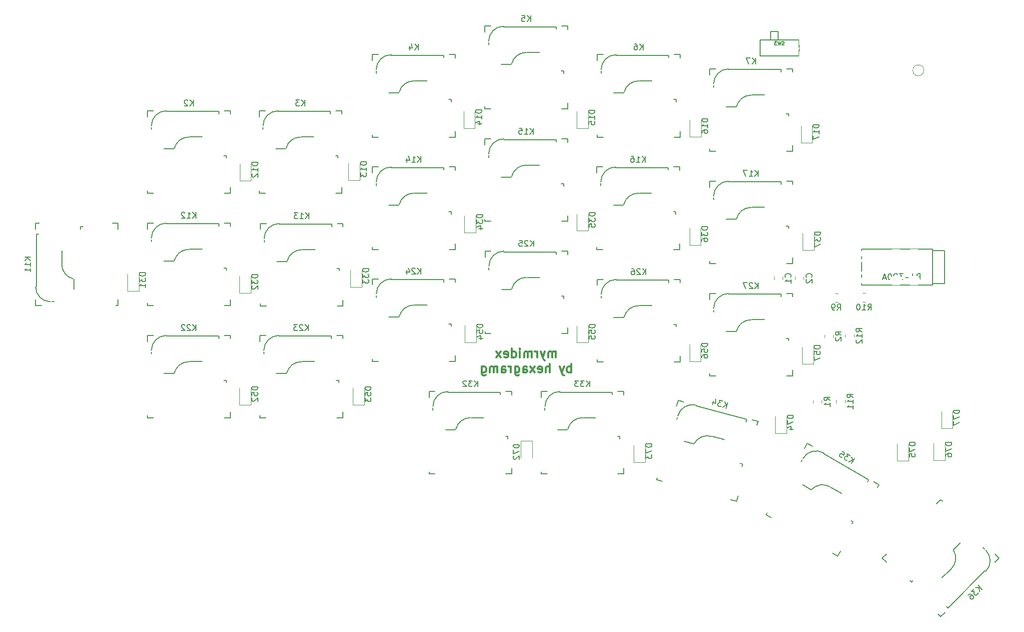
<source format=gbo>
G04 #@! TF.GenerationSoftware,KiCad,Pcbnew,(5.1.10)-1*
G04 #@! TF.CreationDate,2021-10-25T12:29:25+03:00*
G04 #@! TF.ProjectId,main_pcb,6d61696e-5f70-4636-922e-6b696361645f,rev?*
G04 #@! TF.SameCoordinates,Original*
G04 #@! TF.FileFunction,Legend,Bot*
G04 #@! TF.FilePolarity,Positive*
%FSLAX46Y46*%
G04 Gerber Fmt 4.6, Leading zero omitted, Abs format (unit mm)*
G04 Created by KiCad (PCBNEW (5.1.10)-1) date 2021-10-25 12:29:25*
%MOMM*%
%LPD*%
G01*
G04 APERTURE LIST*
%ADD10C,0.300000*%
%ADD11C,0.120000*%
%ADD12C,0.150000*%
%ADD13C,1.524000*%
%ADD14C,2.000000*%
%ADD15C,0.100000*%
%ADD16C,0.900000*%
%ADD17R,0.900000X1.300000*%
%ADD18R,1.000000X1.000000*%
%ADD19C,3.000000*%
%ADD20C,2.286000*%
%ADD21C,3.987800*%
%ADD22C,1.701800*%
%ADD23R,2.550000X2.500000*%
%ADD24R,2.500000X2.550000*%
%ADD25O,1.700000X1.700000*%
%ADD26R,1.700000X1.700000*%
%ADD27O,3.000000X0.500000*%
%ADD28O,3.100000X1.300000*%
%ADD29C,1.500000*%
%ADD30O,2.200000X1.600000*%
%ADD31C,3.800000*%
G04 APERTURE END LIST*
D10*
X118172085Y-101536971D02*
X118172085Y-100536971D01*
X118172085Y-100679828D02*
X118100657Y-100608400D01*
X117957800Y-100536971D01*
X117743514Y-100536971D01*
X117600657Y-100608400D01*
X117529228Y-100751257D01*
X117529228Y-101536971D01*
X117529228Y-100751257D02*
X117457800Y-100608400D01*
X117314942Y-100536971D01*
X117100657Y-100536971D01*
X116957800Y-100608400D01*
X116886371Y-100751257D01*
X116886371Y-101536971D01*
X116314942Y-100536971D02*
X115957800Y-101536971D01*
X115600657Y-100536971D02*
X115957800Y-101536971D01*
X116100657Y-101894114D01*
X116172085Y-101965542D01*
X116314942Y-102036971D01*
X115029228Y-101536971D02*
X115029228Y-100536971D01*
X115029228Y-100822685D02*
X114957800Y-100679828D01*
X114886371Y-100608400D01*
X114743514Y-100536971D01*
X114600657Y-100536971D01*
X114100657Y-101536971D02*
X114100657Y-100536971D01*
X114100657Y-100679828D02*
X114029228Y-100608400D01*
X113886371Y-100536971D01*
X113672085Y-100536971D01*
X113529228Y-100608400D01*
X113457800Y-100751257D01*
X113457800Y-101536971D01*
X113457800Y-100751257D02*
X113386371Y-100608400D01*
X113243514Y-100536971D01*
X113029228Y-100536971D01*
X112886371Y-100608400D01*
X112814942Y-100751257D01*
X112814942Y-101536971D01*
X112100657Y-101536971D02*
X112100657Y-100536971D01*
X112100657Y-100036971D02*
X112172085Y-100108400D01*
X112100657Y-100179828D01*
X112029228Y-100108400D01*
X112100657Y-100036971D01*
X112100657Y-100179828D01*
X110743514Y-101536971D02*
X110743514Y-100036971D01*
X110743514Y-101465542D02*
X110886371Y-101536971D01*
X111172085Y-101536971D01*
X111314942Y-101465542D01*
X111386371Y-101394114D01*
X111457800Y-101251257D01*
X111457800Y-100822685D01*
X111386371Y-100679828D01*
X111314942Y-100608400D01*
X111172085Y-100536971D01*
X110886371Y-100536971D01*
X110743514Y-100608400D01*
X109457800Y-101465542D02*
X109600657Y-101536971D01*
X109886371Y-101536971D01*
X110029228Y-101465542D01*
X110100657Y-101322685D01*
X110100657Y-100751257D01*
X110029228Y-100608400D01*
X109886371Y-100536971D01*
X109600657Y-100536971D01*
X109457800Y-100608400D01*
X109386371Y-100751257D01*
X109386371Y-100894114D01*
X110100657Y-101036971D01*
X108886371Y-101536971D02*
X108100657Y-100536971D01*
X108886371Y-100536971D02*
X108100657Y-101536971D01*
X120779228Y-104086971D02*
X120779228Y-102586971D01*
X120779228Y-103158400D02*
X120636371Y-103086971D01*
X120350657Y-103086971D01*
X120207800Y-103158400D01*
X120136371Y-103229828D01*
X120064942Y-103372685D01*
X120064942Y-103801257D01*
X120136371Y-103944114D01*
X120207800Y-104015542D01*
X120350657Y-104086971D01*
X120636371Y-104086971D01*
X120779228Y-104015542D01*
X119564942Y-103086971D02*
X119207800Y-104086971D01*
X118850657Y-103086971D02*
X119207800Y-104086971D01*
X119350657Y-104444114D01*
X119422085Y-104515542D01*
X119564942Y-104586971D01*
X117136371Y-104086971D02*
X117136371Y-102586971D01*
X116493514Y-104086971D02*
X116493514Y-103301257D01*
X116564942Y-103158400D01*
X116707800Y-103086971D01*
X116922085Y-103086971D01*
X117064942Y-103158400D01*
X117136371Y-103229828D01*
X115207800Y-104015542D02*
X115350657Y-104086971D01*
X115636371Y-104086971D01*
X115779228Y-104015542D01*
X115850657Y-103872685D01*
X115850657Y-103301257D01*
X115779228Y-103158400D01*
X115636371Y-103086971D01*
X115350657Y-103086971D01*
X115207800Y-103158400D01*
X115136371Y-103301257D01*
X115136371Y-103444114D01*
X115850657Y-103586971D01*
X114636371Y-104086971D02*
X113850657Y-103086971D01*
X114636371Y-103086971D02*
X113850657Y-104086971D01*
X112636371Y-104086971D02*
X112636371Y-103301257D01*
X112707800Y-103158400D01*
X112850657Y-103086971D01*
X113136371Y-103086971D01*
X113279228Y-103158400D01*
X112636371Y-104015542D02*
X112779228Y-104086971D01*
X113136371Y-104086971D01*
X113279228Y-104015542D01*
X113350657Y-103872685D01*
X113350657Y-103729828D01*
X113279228Y-103586971D01*
X113136371Y-103515542D01*
X112779228Y-103515542D01*
X112636371Y-103444114D01*
X111279228Y-103086971D02*
X111279228Y-104301257D01*
X111350657Y-104444114D01*
X111422085Y-104515542D01*
X111564942Y-104586971D01*
X111779228Y-104586971D01*
X111922085Y-104515542D01*
X111279228Y-104015542D02*
X111422085Y-104086971D01*
X111707800Y-104086971D01*
X111850657Y-104015542D01*
X111922085Y-103944114D01*
X111993514Y-103801257D01*
X111993514Y-103372685D01*
X111922085Y-103229828D01*
X111850657Y-103158400D01*
X111707800Y-103086971D01*
X111422085Y-103086971D01*
X111279228Y-103158400D01*
X110564942Y-104086971D02*
X110564942Y-103086971D01*
X110564942Y-103372685D02*
X110493514Y-103229828D01*
X110422085Y-103158400D01*
X110279228Y-103086971D01*
X110136371Y-103086971D01*
X108993514Y-104086971D02*
X108993514Y-103301257D01*
X109064942Y-103158400D01*
X109207800Y-103086971D01*
X109493514Y-103086971D01*
X109636371Y-103158400D01*
X108993514Y-104015542D02*
X109136371Y-104086971D01*
X109493514Y-104086971D01*
X109636371Y-104015542D01*
X109707800Y-103872685D01*
X109707800Y-103729828D01*
X109636371Y-103586971D01*
X109493514Y-103515542D01*
X109136371Y-103515542D01*
X108993514Y-103444114D01*
X108279228Y-104086971D02*
X108279228Y-103086971D01*
X108279228Y-103229828D02*
X108207800Y-103158400D01*
X108064942Y-103086971D01*
X107850657Y-103086971D01*
X107707800Y-103158400D01*
X107636371Y-103301257D01*
X107636371Y-104086971D01*
X107636371Y-103301257D02*
X107564942Y-103158400D01*
X107422085Y-103086971D01*
X107207800Y-103086971D01*
X107064942Y-103158400D01*
X106993514Y-103301257D01*
X106993514Y-104086971D01*
X105636371Y-103086971D02*
X105636371Y-104301257D01*
X105707800Y-104444114D01*
X105779228Y-104515542D01*
X105922085Y-104586971D01*
X106136371Y-104586971D01*
X106279228Y-104515542D01*
X105636371Y-104015542D02*
X105779228Y-104086971D01*
X106064942Y-104086971D01*
X106207800Y-104015542D01*
X106279228Y-103944114D01*
X106350657Y-103801257D01*
X106350657Y-103372685D01*
X106279228Y-103229828D01*
X106207800Y-103158400D01*
X106064942Y-103086971D01*
X105779228Y-103086971D01*
X105636371Y-103158400D01*
D11*
X180518054Y-52830000D02*
G75*
G03*
X180518054Y-52830000I-930054J0D01*
G01*
D12*
X154558000Y-47697400D02*
X154558000Y-46197400D01*
X154558000Y-46197400D02*
X155858000Y-46197400D01*
X155858000Y-47697400D02*
X155858000Y-46197400D01*
X159358000Y-47697400D02*
X152758000Y-47697400D01*
X152758000Y-47697400D02*
X152758000Y-50397400D01*
X152758000Y-50397400D02*
X159358000Y-50397400D01*
X159358000Y-50397400D02*
X159358000Y-47697400D01*
D11*
X167210000Y-98067864D02*
X167210000Y-97613736D01*
X168680000Y-98067864D02*
X168680000Y-97613736D01*
X165686000Y-109193064D02*
X165686000Y-108738936D01*
X167156000Y-109193064D02*
X167156000Y-108738936D01*
X170181936Y-90628800D02*
X170636064Y-90628800D01*
X170181936Y-92098800D02*
X170636064Y-92098800D01*
X165962064Y-92124200D02*
X165507936Y-92124200D01*
X165962064Y-90654200D02*
X165507936Y-90654200D01*
X163705000Y-98144064D02*
X163705000Y-97689936D01*
X165175000Y-98144064D02*
X165175000Y-97689936D01*
X161774000Y-109218064D02*
X161774000Y-108763936D01*
X163244000Y-109218064D02*
X163244000Y-108763936D01*
D12*
X183388000Y-145459495D02*
X182680893Y-144752388D01*
X192580388Y-134852893D02*
X193287495Y-135560000D01*
X193287495Y-135560000D02*
X192580388Y-136267107D01*
X184095107Y-144752388D02*
X183388000Y-145459495D01*
X173488505Y-135560000D02*
X174195612Y-134852893D01*
X174195612Y-136267107D02*
X173488505Y-135560000D01*
X182680893Y-126367612D02*
X183388000Y-125660505D01*
X183388000Y-125660505D02*
X183668014Y-125940519D01*
X190572205Y-133763949D02*
X190841613Y-134033356D01*
X178179451Y-139331708D02*
X178448859Y-139601115D01*
X178448859Y-139601115D02*
X178718267Y-139331708D01*
X185543261Y-134123159D02*
X186710695Y-132955726D01*
X183477803Y-139062300D02*
X185094249Y-137445854D01*
X190841613Y-134033356D02*
X190572205Y-133763949D01*
X184375828Y-143732033D02*
X184645236Y-144001441D01*
X184645236Y-144001441D02*
X190931415Y-137715261D01*
X185566032Y-134253181D02*
G75*
G02*
X185184051Y-137356051I-2178032J-1306819D01*
G01*
X191021217Y-134212961D02*
G75*
G02*
X191021218Y-137805064I-1796051J-1796052D01*
G01*
X172909178Y-123091822D02*
X172409178Y-123957848D01*
X160284822Y-116957848D02*
X160784822Y-116091822D01*
X160784822Y-116091822D02*
X161650848Y-116591822D01*
X172043152Y-122591822D02*
X172909178Y-123091822D01*
X165909178Y-135216178D02*
X165043152Y-134716178D01*
X166409178Y-134350152D02*
X165909178Y-135216178D01*
X154650848Y-128716178D02*
X153784822Y-128216178D01*
X153784822Y-128216178D02*
X153982822Y-127873232D01*
X159752739Y-119179443D02*
X159943239Y-118849488D01*
X168338261Y-129708882D02*
X168528761Y-129378926D01*
X168528761Y-129378926D02*
X168198806Y-129188426D01*
X161401295Y-123944059D02*
X159971488Y-123118559D01*
X166706719Y-124660795D02*
X164726985Y-123517795D01*
X159943239Y-118849488D02*
X159752739Y-119179443D01*
X170984909Y-122584753D02*
X171175409Y-122254798D01*
X171175409Y-122254798D02*
X163476443Y-117809798D01*
X161520993Y-123888412D02*
G75*
G02*
X164617000Y-123454295I1826007J-1765588D01*
G01*
X160070239Y-118629517D02*
G75*
G02*
X163539943Y-117699813I2199704J-1270000D01*
G01*
X152413214Y-112398253D02*
X152154395Y-113364178D01*
X138631433Y-109740712D02*
X138890253Y-108774786D01*
X138890253Y-108774786D02*
X139856178Y-109033605D01*
X151447288Y-112139433D02*
X152413214Y-112398253D01*
X148789747Y-125921214D02*
X147823822Y-125662395D01*
X149048567Y-124955288D02*
X148789747Y-125921214D01*
X136232712Y-122556567D02*
X135266786Y-122297747D01*
X135266786Y-122297747D02*
X135369278Y-121915241D01*
X138692472Y-112024322D02*
X138791082Y-111656304D01*
X149710669Y-119972882D02*
X149809279Y-119604864D01*
X149809279Y-119604864D02*
X149441261Y-119506254D01*
X141518028Y-116199909D02*
X139923285Y-115772599D01*
X146828179Y-115519079D02*
X144620073Y-114927418D01*
X138791082Y-111656304D02*
X138692472Y-112024322D01*
X150423274Y-112406499D02*
X150521884Y-112038481D01*
X150521884Y-112038481D02*
X141934804Y-109737580D01*
X141619245Y-116115179D02*
G75*
G02*
X144497400Y-114894548I2220755J-1232821D01*
G01*
X138856822Y-111410958D02*
G75*
G02*
X141967674Y-109614908I2453451J-657401D01*
G01*
X129682000Y-107275000D02*
X129682000Y-108275000D01*
X115682000Y-108275000D02*
X115682000Y-107275000D01*
X115682000Y-107275000D02*
X116682000Y-107275000D01*
X128682000Y-107275000D02*
X129682000Y-107275000D01*
X129682000Y-121275000D02*
X128682000Y-121275000D01*
X129682000Y-120275000D02*
X129682000Y-121275000D01*
X116682000Y-121275000D02*
X115682000Y-121275000D01*
X115682000Y-121275000D02*
X115682000Y-120879000D01*
X116332000Y-110465000D02*
X116332000Y-110084000D01*
X129032000Y-115291000D02*
X129032000Y-114910000D01*
X129032000Y-114910000D02*
X128651000Y-114910000D01*
X120142000Y-113767000D02*
X118491000Y-113767000D01*
X125095000Y-111735000D02*
X122809000Y-111735000D01*
X116332000Y-110084000D02*
X116332000Y-110465000D01*
X127762000Y-107798000D02*
X127762000Y-107417000D01*
X127762000Y-107417000D02*
X118872000Y-107417000D01*
X120217838Y-113658960D02*
G75*
G02*
X122682000Y-111735000I2464162J-616040D01*
G01*
X116332000Y-109830000D02*
G75*
G02*
X118872000Y-107290000I2540000J0D01*
G01*
X110708000Y-107275000D02*
X110708000Y-108275000D01*
X96708000Y-108275000D02*
X96708000Y-107275000D01*
X96708000Y-107275000D02*
X97708000Y-107275000D01*
X109708000Y-107275000D02*
X110708000Y-107275000D01*
X110708000Y-121275000D02*
X109708000Y-121275000D01*
X110708000Y-120275000D02*
X110708000Y-121275000D01*
X97708000Y-121275000D02*
X96708000Y-121275000D01*
X96708000Y-121275000D02*
X96708000Y-120879000D01*
X97358000Y-110465000D02*
X97358000Y-110084000D01*
X110058000Y-115291000D02*
X110058000Y-114910000D01*
X110058000Y-114910000D02*
X109677000Y-114910000D01*
X101168000Y-113767000D02*
X99517000Y-113767000D01*
X106121000Y-111735000D02*
X103835000Y-111735000D01*
X97358000Y-110084000D02*
X97358000Y-110465000D01*
X108788000Y-107798000D02*
X108788000Y-107417000D01*
X108788000Y-107417000D02*
X99898000Y-107417000D01*
X101243838Y-113658960D02*
G75*
G02*
X103708000Y-111735000I2464162J-616040D01*
G01*
X97358000Y-109830000D02*
G75*
G02*
X99898000Y-107290000I2540000J0D01*
G01*
X158257000Y-90663000D02*
X158257000Y-91663000D01*
X144257000Y-91663000D02*
X144257000Y-90663000D01*
X144257000Y-90663000D02*
X145257000Y-90663000D01*
X157257000Y-90663000D02*
X158257000Y-90663000D01*
X158257000Y-104663000D02*
X157257000Y-104663000D01*
X158257000Y-103663000D02*
X158257000Y-104663000D01*
X145257000Y-104663000D02*
X144257000Y-104663000D01*
X144257000Y-104663000D02*
X144257000Y-104267000D01*
X144907000Y-93853000D02*
X144907000Y-93472000D01*
X157607000Y-98679000D02*
X157607000Y-98298000D01*
X157607000Y-98298000D02*
X157226000Y-98298000D01*
X148717000Y-97155000D02*
X147066000Y-97155000D01*
X153670000Y-95123000D02*
X151384000Y-95123000D01*
X144907000Y-93472000D02*
X144907000Y-93853000D01*
X156337000Y-91186000D02*
X156337000Y-90805000D01*
X156337000Y-90805000D02*
X147447000Y-90805000D01*
X148792838Y-97046960D02*
G75*
G02*
X151257000Y-95123000I2464162J-616040D01*
G01*
X144907000Y-93218000D02*
G75*
G02*
X147447000Y-90678000I2540000J0D01*
G01*
X139212000Y-88280500D02*
X139212000Y-89280500D01*
X125212000Y-89280500D02*
X125212000Y-88280500D01*
X125212000Y-88280500D02*
X126212000Y-88280500D01*
X138212000Y-88280500D02*
X139212000Y-88280500D01*
X139212000Y-102280500D02*
X138212000Y-102280500D01*
X139212000Y-101280500D02*
X139212000Y-102280500D01*
X126212000Y-102280500D02*
X125212000Y-102280500D01*
X125212000Y-102280500D02*
X125212000Y-101884500D01*
X125862000Y-91470500D02*
X125862000Y-91089500D01*
X138562000Y-96296500D02*
X138562000Y-95915500D01*
X138562000Y-95915500D02*
X138181000Y-95915500D01*
X129672000Y-94772500D02*
X128021000Y-94772500D01*
X134625000Y-92740500D02*
X132339000Y-92740500D01*
X125862000Y-91089500D02*
X125862000Y-91470500D01*
X137292000Y-88803500D02*
X137292000Y-88422500D01*
X137292000Y-88422500D02*
X128402000Y-88422500D01*
X129747838Y-94664460D02*
G75*
G02*
X132212000Y-92740500I2464162J-616040D01*
G01*
X125862000Y-90835500D02*
G75*
G02*
X128402000Y-88295500I2540000J0D01*
G01*
X120187000Y-83479900D02*
X120187000Y-84479900D01*
X106187000Y-84479900D02*
X106187000Y-83479900D01*
X106187000Y-83479900D02*
X107187000Y-83479900D01*
X119187000Y-83479900D02*
X120187000Y-83479900D01*
X120187000Y-97479900D02*
X119187000Y-97479900D01*
X120187000Y-96479900D02*
X120187000Y-97479900D01*
X107187000Y-97479900D02*
X106187000Y-97479900D01*
X106187000Y-97479900D02*
X106187000Y-97083900D01*
X106837000Y-86669900D02*
X106837000Y-86288900D01*
X119537000Y-91495900D02*
X119537000Y-91114900D01*
X119537000Y-91114900D02*
X119156000Y-91114900D01*
X110647000Y-89971900D02*
X108996000Y-89971900D01*
X115600000Y-87939900D02*
X113314000Y-87939900D01*
X106837000Y-86288900D02*
X106837000Y-86669900D01*
X118267000Y-84002900D02*
X118267000Y-83621900D01*
X118267000Y-83621900D02*
X109377000Y-83621900D01*
X110722838Y-89863860D02*
G75*
G02*
X113187000Y-87939900I2464162J-616040D01*
G01*
X106837000Y-86034900D02*
G75*
G02*
X109377000Y-83494900I2540000J0D01*
G01*
X101107000Y-88186500D02*
X101107000Y-89186500D01*
X87107000Y-89186500D02*
X87107000Y-88186500D01*
X87107000Y-88186500D02*
X88107000Y-88186500D01*
X100107000Y-88186500D02*
X101107000Y-88186500D01*
X101107000Y-102186500D02*
X100107000Y-102186500D01*
X101107000Y-101186500D02*
X101107000Y-102186500D01*
X88107000Y-102186500D02*
X87107000Y-102186500D01*
X87107000Y-102186500D02*
X87107000Y-101790500D01*
X87757000Y-91376500D02*
X87757000Y-90995500D01*
X100457000Y-96202500D02*
X100457000Y-95821500D01*
X100457000Y-95821500D02*
X100076000Y-95821500D01*
X91567000Y-94678500D02*
X89916000Y-94678500D01*
X96520000Y-92646500D02*
X94234000Y-92646500D01*
X87757000Y-90995500D02*
X87757000Y-91376500D01*
X99187000Y-88709500D02*
X99187000Y-88328500D01*
X99187000Y-88328500D02*
X90297000Y-88328500D01*
X91642838Y-94570460D02*
G75*
G02*
X94107000Y-92646500I2464162J-616040D01*
G01*
X87757000Y-90741500D02*
G75*
G02*
X90297000Y-88201500I2540000J0D01*
G01*
X82057000Y-97775000D02*
X82057000Y-98775000D01*
X68057000Y-98775000D02*
X68057000Y-97775000D01*
X68057000Y-97775000D02*
X69057000Y-97775000D01*
X81057000Y-97775000D02*
X82057000Y-97775000D01*
X82057000Y-111775000D02*
X81057000Y-111775000D01*
X82057000Y-110775000D02*
X82057000Y-111775000D01*
X69057000Y-111775000D02*
X68057000Y-111775000D01*
X68057000Y-111775000D02*
X68057000Y-111379000D01*
X68707000Y-100965000D02*
X68707000Y-100584000D01*
X81407000Y-105791000D02*
X81407000Y-105410000D01*
X81407000Y-105410000D02*
X81026000Y-105410000D01*
X72517000Y-104267000D02*
X70866000Y-104267000D01*
X77470000Y-102235000D02*
X75184000Y-102235000D01*
X68707000Y-100584000D02*
X68707000Y-100965000D01*
X80137000Y-98298000D02*
X80137000Y-97917000D01*
X80137000Y-97917000D02*
X71247000Y-97917000D01*
X72592838Y-104158960D02*
G75*
G02*
X75057000Y-102235000I2464162J-616040D01*
G01*
X68707000Y-100330000D02*
G75*
G02*
X71247000Y-97790000I2540000J0D01*
G01*
X63007000Y-97775000D02*
X63007000Y-98775000D01*
X49007000Y-98775000D02*
X49007000Y-97775000D01*
X49007000Y-97775000D02*
X50007000Y-97775000D01*
X62007000Y-97775000D02*
X63007000Y-97775000D01*
X63007000Y-111775000D02*
X62007000Y-111775000D01*
X63007000Y-110775000D02*
X63007000Y-111775000D01*
X50007000Y-111775000D02*
X49007000Y-111775000D01*
X49007000Y-111775000D02*
X49007000Y-111379000D01*
X49657000Y-100965000D02*
X49657000Y-100584000D01*
X62357000Y-105791000D02*
X62357000Y-105410000D01*
X62357000Y-105410000D02*
X61976000Y-105410000D01*
X53467000Y-104267000D02*
X51816000Y-104267000D01*
X58420000Y-102235000D02*
X56134000Y-102235000D01*
X49657000Y-100584000D02*
X49657000Y-100965000D01*
X61087000Y-98298000D02*
X61087000Y-97917000D01*
X61087000Y-97917000D02*
X52197000Y-97917000D01*
X53542838Y-104158960D02*
G75*
G02*
X56007000Y-102235000I2464162J-616040D01*
G01*
X49657000Y-100330000D02*
G75*
G02*
X52197000Y-97790000I2540000J0D01*
G01*
X158257000Y-71613000D02*
X158257000Y-72613000D01*
X144257000Y-72613000D02*
X144257000Y-71613000D01*
X144257000Y-71613000D02*
X145257000Y-71613000D01*
X157257000Y-71613000D02*
X158257000Y-71613000D01*
X158257000Y-85613000D02*
X157257000Y-85613000D01*
X158257000Y-84613000D02*
X158257000Y-85613000D01*
X145257000Y-85613000D02*
X144257000Y-85613000D01*
X144257000Y-85613000D02*
X144257000Y-85217000D01*
X144907000Y-74803000D02*
X144907000Y-74422000D01*
X157607000Y-79629000D02*
X157607000Y-79248000D01*
X157607000Y-79248000D02*
X157226000Y-79248000D01*
X148717000Y-78105000D02*
X147066000Y-78105000D01*
X153670000Y-76073000D02*
X151384000Y-76073000D01*
X144907000Y-74422000D02*
X144907000Y-74803000D01*
X156337000Y-72136000D02*
X156337000Y-71755000D01*
X156337000Y-71755000D02*
X147447000Y-71755000D01*
X148792838Y-77996960D02*
G75*
G02*
X151257000Y-76073000I2464162J-616040D01*
G01*
X144907000Y-74168000D02*
G75*
G02*
X147447000Y-71628000I2540000J0D01*
G01*
X139144000Y-69200000D02*
X139144000Y-70200000D01*
X125144000Y-70200000D02*
X125144000Y-69200000D01*
X125144000Y-69200000D02*
X126144000Y-69200000D01*
X138144000Y-69200000D02*
X139144000Y-69200000D01*
X139144000Y-83200000D02*
X138144000Y-83200000D01*
X139144000Y-82200000D02*
X139144000Y-83200000D01*
X126144000Y-83200000D02*
X125144000Y-83200000D01*
X125144000Y-83200000D02*
X125144000Y-82804000D01*
X125794000Y-72390000D02*
X125794000Y-72009000D01*
X138494000Y-77216000D02*
X138494000Y-76835000D01*
X138494000Y-76835000D02*
X138113000Y-76835000D01*
X129604000Y-75692000D02*
X127953000Y-75692000D01*
X134557000Y-73660000D02*
X132271000Y-73660000D01*
X125794000Y-72009000D02*
X125794000Y-72390000D01*
X137224000Y-69723000D02*
X137224000Y-69342000D01*
X137224000Y-69342000D02*
X128334000Y-69342000D01*
X129679838Y-75583960D02*
G75*
G02*
X132144000Y-73660000I2464162J-616040D01*
G01*
X125794000Y-71755000D02*
G75*
G02*
X128334000Y-69215000I2540000J0D01*
G01*
X120157000Y-64437500D02*
X120157000Y-65437500D01*
X106157000Y-65437500D02*
X106157000Y-64437500D01*
X106157000Y-64437500D02*
X107157000Y-64437500D01*
X119157000Y-64437500D02*
X120157000Y-64437500D01*
X120157000Y-78437500D02*
X119157000Y-78437500D01*
X120157000Y-77437500D02*
X120157000Y-78437500D01*
X107157000Y-78437500D02*
X106157000Y-78437500D01*
X106157000Y-78437500D02*
X106157000Y-78041500D01*
X106807000Y-67627500D02*
X106807000Y-67246500D01*
X119507000Y-72453500D02*
X119507000Y-72072500D01*
X119507000Y-72072500D02*
X119126000Y-72072500D01*
X110617000Y-70929500D02*
X108966000Y-70929500D01*
X115570000Y-68897500D02*
X113284000Y-68897500D01*
X106807000Y-67246500D02*
X106807000Y-67627500D01*
X118237000Y-64960500D02*
X118237000Y-64579500D01*
X118237000Y-64579500D02*
X109347000Y-64579500D01*
X110692838Y-70821460D02*
G75*
G02*
X113157000Y-68897500I2464162J-616040D01*
G01*
X106807000Y-66992500D02*
G75*
G02*
X109347000Y-64452500I2540000J0D01*
G01*
X101107000Y-69200000D02*
X101107000Y-70200000D01*
X87107000Y-70200000D02*
X87107000Y-69200000D01*
X87107000Y-69200000D02*
X88107000Y-69200000D01*
X100107000Y-69200000D02*
X101107000Y-69200000D01*
X101107000Y-83200000D02*
X100107000Y-83200000D01*
X101107000Y-82200000D02*
X101107000Y-83200000D01*
X88107000Y-83200000D02*
X87107000Y-83200000D01*
X87107000Y-83200000D02*
X87107000Y-82804000D01*
X87757000Y-72390000D02*
X87757000Y-72009000D01*
X100457000Y-77216000D02*
X100457000Y-76835000D01*
X100457000Y-76835000D02*
X100076000Y-76835000D01*
X91567000Y-75692000D02*
X89916000Y-75692000D01*
X96520000Y-73660000D02*
X94234000Y-73660000D01*
X87757000Y-72009000D02*
X87757000Y-72390000D01*
X99187000Y-69723000D02*
X99187000Y-69342000D01*
X99187000Y-69342000D02*
X90297000Y-69342000D01*
X91642838Y-75583960D02*
G75*
G02*
X94107000Y-73660000I2464162J-616040D01*
G01*
X87757000Y-71755000D02*
G75*
G02*
X90297000Y-69215000I2540000J0D01*
G01*
X82120500Y-78788500D02*
X82120500Y-79788500D01*
X68120500Y-79788500D02*
X68120500Y-78788500D01*
X68120500Y-78788500D02*
X69120500Y-78788500D01*
X81120500Y-78788500D02*
X82120500Y-78788500D01*
X82120500Y-92788500D02*
X81120500Y-92788500D01*
X82120500Y-91788500D02*
X82120500Y-92788500D01*
X69120500Y-92788500D02*
X68120500Y-92788500D01*
X68120500Y-92788500D02*
X68120500Y-92392500D01*
X68770500Y-81978500D02*
X68770500Y-81597500D01*
X81470500Y-86804500D02*
X81470500Y-86423500D01*
X81470500Y-86423500D02*
X81089500Y-86423500D01*
X72580500Y-85280500D02*
X70929500Y-85280500D01*
X77533500Y-83248500D02*
X75247500Y-83248500D01*
X68770500Y-81597500D02*
X68770500Y-81978500D01*
X80200500Y-79311500D02*
X80200500Y-78930500D01*
X80200500Y-78930500D02*
X71310500Y-78930500D01*
X72656338Y-85172460D02*
G75*
G02*
X75120500Y-83248500I2464162J-616040D01*
G01*
X68770500Y-81343500D02*
G75*
G02*
X71310500Y-78803500I2540000J0D01*
G01*
X63007000Y-78725000D02*
X63007000Y-79725000D01*
X49007000Y-79725000D02*
X49007000Y-78725000D01*
X49007000Y-78725000D02*
X50007000Y-78725000D01*
X62007000Y-78725000D02*
X63007000Y-78725000D01*
X63007000Y-92725000D02*
X62007000Y-92725000D01*
X63007000Y-91725000D02*
X63007000Y-92725000D01*
X50007000Y-92725000D02*
X49007000Y-92725000D01*
X49007000Y-92725000D02*
X49007000Y-92329000D01*
X49657000Y-81915000D02*
X49657000Y-81534000D01*
X62357000Y-86741000D02*
X62357000Y-86360000D01*
X62357000Y-86360000D02*
X61976000Y-86360000D01*
X53467000Y-85217000D02*
X51816000Y-85217000D01*
X58420000Y-83185000D02*
X56134000Y-83185000D01*
X49657000Y-81534000D02*
X49657000Y-81915000D01*
X61087000Y-79248000D02*
X61087000Y-78867000D01*
X61087000Y-78867000D02*
X52197000Y-78867000D01*
X53542838Y-85108960D02*
G75*
G02*
X56007000Y-83185000I2464162J-616040D01*
G01*
X49657000Y-81280000D02*
G75*
G02*
X52197000Y-78740000I2540000J0D01*
G01*
X30020500Y-78725000D02*
X31020500Y-78725000D01*
X31020500Y-92725000D02*
X30020500Y-92725000D01*
X30020500Y-92725000D02*
X30020500Y-91725000D01*
X30020500Y-79725000D02*
X30020500Y-78725000D01*
X44020500Y-78725000D02*
X44020500Y-79725000D01*
X43020500Y-78725000D02*
X44020500Y-78725000D01*
X44020500Y-91725000D02*
X44020500Y-92725000D01*
X44020500Y-92725000D02*
X43624500Y-92725000D01*
X33210500Y-92075000D02*
X32829500Y-92075000D01*
X38036500Y-79375000D02*
X37655500Y-79375000D01*
X37655500Y-79375000D02*
X37655500Y-79756000D01*
X36512500Y-88265000D02*
X36512500Y-89916000D01*
X34480500Y-83312000D02*
X34480500Y-85598000D01*
X32829500Y-92075000D02*
X33210500Y-92075000D01*
X30543500Y-80645000D02*
X30162500Y-80645000D01*
X30162500Y-80645000D02*
X30162500Y-89535000D01*
X36404460Y-88189162D02*
G75*
G02*
X34480500Y-85725000I616040J2464162D01*
G01*
X32575500Y-92075000D02*
G75*
G02*
X30035500Y-89535000I0J2540000D01*
G01*
X158257000Y-52563000D02*
X158257000Y-53563000D01*
X144257000Y-53563000D02*
X144257000Y-52563000D01*
X144257000Y-52563000D02*
X145257000Y-52563000D01*
X157257000Y-52563000D02*
X158257000Y-52563000D01*
X158257000Y-66563000D02*
X157257000Y-66563000D01*
X158257000Y-65563000D02*
X158257000Y-66563000D01*
X145257000Y-66563000D02*
X144257000Y-66563000D01*
X144257000Y-66563000D02*
X144257000Y-66167000D01*
X144907000Y-55753000D02*
X144907000Y-55372000D01*
X157607000Y-60579000D02*
X157607000Y-60198000D01*
X157607000Y-60198000D02*
X157226000Y-60198000D01*
X148717000Y-59055000D02*
X147066000Y-59055000D01*
X153670000Y-57023000D02*
X151384000Y-57023000D01*
X144907000Y-55372000D02*
X144907000Y-55753000D01*
X156337000Y-53086000D02*
X156337000Y-52705000D01*
X156337000Y-52705000D02*
X147447000Y-52705000D01*
X148792838Y-58946960D02*
G75*
G02*
X151257000Y-57023000I2464162J-616040D01*
G01*
X144907000Y-55118000D02*
G75*
G02*
X147447000Y-52578000I2540000J0D01*
G01*
X139207000Y-50150000D02*
X139207000Y-51150000D01*
X125207000Y-51150000D02*
X125207000Y-50150000D01*
X125207000Y-50150000D02*
X126207000Y-50150000D01*
X138207000Y-50150000D02*
X139207000Y-50150000D01*
X139207000Y-64150000D02*
X138207000Y-64150000D01*
X139207000Y-63150000D02*
X139207000Y-64150000D01*
X126207000Y-64150000D02*
X125207000Y-64150000D01*
X125207000Y-64150000D02*
X125207000Y-63754000D01*
X125857000Y-53340000D02*
X125857000Y-52959000D01*
X138557000Y-58166000D02*
X138557000Y-57785000D01*
X138557000Y-57785000D02*
X138176000Y-57785000D01*
X129667000Y-56642000D02*
X128016000Y-56642000D01*
X134620000Y-54610000D02*
X132334000Y-54610000D01*
X125857000Y-52959000D02*
X125857000Y-53340000D01*
X137287000Y-50673000D02*
X137287000Y-50292000D01*
X137287000Y-50292000D02*
X128397000Y-50292000D01*
X129742838Y-56533960D02*
G75*
G02*
X132207000Y-54610000I2464162J-616040D01*
G01*
X125857000Y-52705000D02*
G75*
G02*
X128397000Y-50165000I2540000J0D01*
G01*
X120157000Y-45324000D02*
X120157000Y-46324000D01*
X106157000Y-46324000D02*
X106157000Y-45324000D01*
X106157000Y-45324000D02*
X107157000Y-45324000D01*
X119157000Y-45324000D02*
X120157000Y-45324000D01*
X120157000Y-59324000D02*
X119157000Y-59324000D01*
X120157000Y-58324000D02*
X120157000Y-59324000D01*
X107157000Y-59324000D02*
X106157000Y-59324000D01*
X106157000Y-59324000D02*
X106157000Y-58928000D01*
X106807000Y-48514000D02*
X106807000Y-48133000D01*
X119507000Y-53340000D02*
X119507000Y-52959000D01*
X119507000Y-52959000D02*
X119126000Y-52959000D01*
X110617000Y-51816000D02*
X108966000Y-51816000D01*
X115570000Y-49784000D02*
X113284000Y-49784000D01*
X106807000Y-48133000D02*
X106807000Y-48514000D01*
X118237000Y-45847000D02*
X118237000Y-45466000D01*
X118237000Y-45466000D02*
X109347000Y-45466000D01*
X110692838Y-51707960D02*
G75*
G02*
X113157000Y-49784000I2464162J-616040D01*
G01*
X106807000Y-47879000D02*
G75*
G02*
X109347000Y-45339000I2540000J0D01*
G01*
X101107000Y-50150000D02*
X101107000Y-51150000D01*
X87107000Y-51150000D02*
X87107000Y-50150000D01*
X87107000Y-50150000D02*
X88107000Y-50150000D01*
X100107000Y-50150000D02*
X101107000Y-50150000D01*
X101107000Y-64150000D02*
X100107000Y-64150000D01*
X101107000Y-63150000D02*
X101107000Y-64150000D01*
X88107000Y-64150000D02*
X87107000Y-64150000D01*
X87107000Y-64150000D02*
X87107000Y-63754000D01*
X87757000Y-53340000D02*
X87757000Y-52959000D01*
X100457000Y-58166000D02*
X100457000Y-57785000D01*
X100457000Y-57785000D02*
X100076000Y-57785000D01*
X91567000Y-56642000D02*
X89916000Y-56642000D01*
X96520000Y-54610000D02*
X94234000Y-54610000D01*
X87757000Y-52959000D02*
X87757000Y-53340000D01*
X99187000Y-50673000D02*
X99187000Y-50292000D01*
X99187000Y-50292000D02*
X90297000Y-50292000D01*
X91642838Y-56533960D02*
G75*
G02*
X94107000Y-54610000I2464162J-616040D01*
G01*
X87757000Y-52705000D02*
G75*
G02*
X90297000Y-50165000I2540000J0D01*
G01*
X81930000Y-59675000D02*
X81930000Y-60675000D01*
X67930000Y-60675000D02*
X67930000Y-59675000D01*
X67930000Y-59675000D02*
X68930000Y-59675000D01*
X80930000Y-59675000D02*
X81930000Y-59675000D01*
X81930000Y-73675000D02*
X80930000Y-73675000D01*
X81930000Y-72675000D02*
X81930000Y-73675000D01*
X68930000Y-73675000D02*
X67930000Y-73675000D01*
X67930000Y-73675000D02*
X67930000Y-73279000D01*
X68580000Y-62865000D02*
X68580000Y-62484000D01*
X81280000Y-67691000D02*
X81280000Y-67310000D01*
X81280000Y-67310000D02*
X80899000Y-67310000D01*
X72390000Y-66167000D02*
X70739000Y-66167000D01*
X77343000Y-64135000D02*
X75057000Y-64135000D01*
X68580000Y-62484000D02*
X68580000Y-62865000D01*
X80010000Y-60198000D02*
X80010000Y-59817000D01*
X80010000Y-59817000D02*
X71120000Y-59817000D01*
X72465838Y-66058960D02*
G75*
G02*
X74930000Y-64135000I2464162J-616040D01*
G01*
X68580000Y-62230000D02*
G75*
G02*
X71120000Y-59690000I2540000J0D01*
G01*
X63007000Y-59675000D02*
X63007000Y-60675000D01*
X49007000Y-60675000D02*
X49007000Y-59675000D01*
X49007000Y-59675000D02*
X50007000Y-59675000D01*
X62007000Y-59675000D02*
X63007000Y-59675000D01*
X63007000Y-73675000D02*
X62007000Y-73675000D01*
X63007000Y-72675000D02*
X63007000Y-73675000D01*
X50007000Y-73675000D02*
X49007000Y-73675000D01*
X49007000Y-73675000D02*
X49007000Y-73279000D01*
X49657000Y-62865000D02*
X49657000Y-62484000D01*
X62357000Y-67691000D02*
X62357000Y-67310000D01*
X62357000Y-67310000D02*
X61976000Y-67310000D01*
X53467000Y-66167000D02*
X51816000Y-66167000D01*
X58420000Y-64135000D02*
X56134000Y-64135000D01*
X49657000Y-62484000D02*
X49657000Y-62865000D01*
X61087000Y-60198000D02*
X61087000Y-59817000D01*
X61087000Y-59817000D02*
X52197000Y-59817000D01*
X53542838Y-66058960D02*
G75*
G02*
X56007000Y-64135000I2464162J-616040D01*
G01*
X49657000Y-62230000D02*
G75*
G02*
X52197000Y-59690000I2540000J0D01*
G01*
X182040500Y-88983500D02*
X184040500Y-88983500D01*
X184040500Y-83383500D02*
X184040500Y-88983500D01*
X182040500Y-83383500D02*
X184040500Y-83383500D01*
X169940500Y-83133500D02*
X169940500Y-89233500D01*
X182040500Y-89233500D02*
X169940500Y-89233500D01*
X182040500Y-83133500D02*
X182040500Y-89233500D01*
X182040500Y-83133500D02*
X169940500Y-83133500D01*
D11*
X183495000Y-113544000D02*
X183495000Y-110684000D01*
X185415000Y-113544000D02*
X183495000Y-113544000D01*
X185415000Y-110684000D02*
X185415000Y-113544000D01*
X182174000Y-118979000D02*
X182174000Y-116119000D01*
X184094000Y-118979000D02*
X182174000Y-118979000D01*
X184094000Y-116119000D02*
X184094000Y-118979000D01*
X176002000Y-119005000D02*
X176002000Y-116145000D01*
X177922000Y-119005000D02*
X176002000Y-119005000D01*
X177922000Y-116145000D02*
X177922000Y-119005000D01*
X155352000Y-114382000D02*
X155352000Y-111522000D01*
X157272000Y-114382000D02*
X155352000Y-114382000D01*
X157272000Y-111522000D02*
X157272000Y-114382000D01*
X131374000Y-119259000D02*
X131374000Y-116399000D01*
X133294000Y-119259000D02*
X131374000Y-119259000D01*
X133294000Y-116399000D02*
X133294000Y-119259000D01*
X114142000Y-115666000D02*
X114142000Y-118526000D01*
X112222000Y-115666000D02*
X114142000Y-115666000D01*
X112222000Y-118526000D02*
X112222000Y-115666000D01*
X159898000Y-102596000D02*
X159898000Y-99736000D01*
X161818000Y-102596000D02*
X159898000Y-102596000D01*
X161818000Y-99736000D02*
X161818000Y-102596000D01*
X140823000Y-102215000D02*
X140823000Y-99355000D01*
X142743000Y-102215000D02*
X140823000Y-102215000D01*
X142743000Y-99355000D02*
X142743000Y-102215000D01*
X121747000Y-99015000D02*
X121747000Y-96155000D01*
X123667000Y-99015000D02*
X121747000Y-99015000D01*
X123667000Y-96155000D02*
X123667000Y-99015000D01*
X102748000Y-98989600D02*
X102748000Y-96129600D01*
X104668000Y-98989600D02*
X102748000Y-98989600D01*
X104668000Y-96129600D02*
X104668000Y-98989600D01*
X83799800Y-109581000D02*
X83799800Y-106721000D01*
X85719800Y-109581000D02*
X83799800Y-109581000D01*
X85719800Y-106721000D02*
X85719800Y-109581000D01*
X64597400Y-109556000D02*
X64597400Y-106696000D01*
X66517400Y-109556000D02*
X64597400Y-109556000D01*
X66517400Y-106696000D02*
X66517400Y-109556000D01*
X159974000Y-83317800D02*
X159974000Y-80457800D01*
X161894000Y-83317800D02*
X159974000Y-83317800D01*
X161894000Y-80457800D02*
X161894000Y-83317800D01*
X140823000Y-82454200D02*
X140823000Y-79594200D01*
X142743000Y-82454200D02*
X140823000Y-82454200D01*
X142743000Y-79594200D02*
X142743000Y-82454200D01*
X121747000Y-80041200D02*
X121747000Y-77181200D01*
X123667000Y-80041200D02*
X121747000Y-80041200D01*
X123667000Y-77181200D02*
X123667000Y-80041200D01*
X102697000Y-80355000D02*
X102697000Y-77495000D01*
X104617000Y-80355000D02*
X102697000Y-80355000D01*
X104617000Y-77495000D02*
X104617000Y-80355000D01*
X83393400Y-89540800D02*
X83393400Y-86680800D01*
X85313400Y-89540800D02*
X83393400Y-89540800D01*
X85313400Y-86680800D02*
X85313400Y-89540800D01*
X64597400Y-90556800D02*
X64597400Y-87696800D01*
X66517400Y-90556800D02*
X64597400Y-90556800D01*
X66517400Y-87696800D02*
X66517400Y-90556800D01*
X45598200Y-90226600D02*
X45598200Y-87366600D01*
X47518200Y-90226600D02*
X45598200Y-90226600D01*
X47518200Y-87366600D02*
X47518200Y-90226600D01*
X159695000Y-65106000D02*
X159695000Y-62246000D01*
X161615000Y-65106000D02*
X159695000Y-65106000D01*
X161615000Y-62246000D02*
X161615000Y-65106000D01*
X140874000Y-64090000D02*
X140874000Y-61230000D01*
X142794000Y-64090000D02*
X140874000Y-64090000D01*
X142794000Y-61230000D02*
X142794000Y-64090000D01*
X121722000Y-62667600D02*
X121722000Y-59807600D01*
X123642000Y-62667600D02*
X121722000Y-62667600D01*
X123642000Y-59807600D02*
X123642000Y-62667600D01*
X102545000Y-62616800D02*
X102545000Y-59756800D01*
X104465000Y-62616800D02*
X102545000Y-62616800D01*
X104465000Y-59756800D02*
X104465000Y-62616800D01*
X83037800Y-71430600D02*
X83037800Y-68570600D01*
X84957800Y-71430600D02*
X83037800Y-71430600D01*
X84957800Y-68570600D02*
X84957800Y-71430600D01*
X64622800Y-71532200D02*
X64622800Y-68672200D01*
X66542800Y-71532200D02*
X64622800Y-71532200D01*
X66542800Y-68672200D02*
X66542800Y-71532200D01*
X158701000Y-88348452D02*
X158701000Y-87825948D01*
X160171000Y-88348452D02*
X160171000Y-87825948D01*
X155145000Y-88348452D02*
X155145000Y-87825948D01*
X156615000Y-88348452D02*
X156615000Y-87825948D01*
D12*
X156858000Y-48528257D02*
X156772285Y-48556828D01*
X156629428Y-48556828D01*
X156572285Y-48528257D01*
X156543714Y-48499685D01*
X156515142Y-48442542D01*
X156515142Y-48385400D01*
X156543714Y-48328257D01*
X156572285Y-48299685D01*
X156629428Y-48271114D01*
X156743714Y-48242542D01*
X156800857Y-48213971D01*
X156829428Y-48185400D01*
X156858000Y-48128257D01*
X156858000Y-48071114D01*
X156829428Y-48013971D01*
X156800857Y-47985400D01*
X156743714Y-47956828D01*
X156600857Y-47956828D01*
X156515142Y-47985400D01*
X156315142Y-47956828D02*
X156172285Y-48556828D01*
X156058000Y-48128257D01*
X155943714Y-48556828D01*
X155800857Y-47956828D01*
X155629428Y-47956828D02*
X155258000Y-47956828D01*
X155458000Y-48185400D01*
X155372285Y-48185400D01*
X155315142Y-48213971D01*
X155286571Y-48242542D01*
X155258000Y-48299685D01*
X155258000Y-48442542D01*
X155286571Y-48499685D01*
X155315142Y-48528257D01*
X155372285Y-48556828D01*
X155543714Y-48556828D01*
X155600857Y-48528257D01*
X155629428Y-48499685D01*
X170047380Y-97197942D02*
X169571190Y-96864609D01*
X170047380Y-96626514D02*
X169047380Y-96626514D01*
X169047380Y-97007466D01*
X169095000Y-97102704D01*
X169142619Y-97150323D01*
X169237857Y-97197942D01*
X169380714Y-97197942D01*
X169475952Y-97150323D01*
X169523571Y-97102704D01*
X169571190Y-97007466D01*
X169571190Y-96626514D01*
X170047380Y-98150323D02*
X170047380Y-97578895D01*
X170047380Y-97864609D02*
X169047380Y-97864609D01*
X169190238Y-97769371D01*
X169285476Y-97674133D01*
X169333095Y-97578895D01*
X169142619Y-98531276D02*
X169095000Y-98578895D01*
X169047380Y-98674133D01*
X169047380Y-98912228D01*
X169095000Y-99007466D01*
X169142619Y-99055085D01*
X169237857Y-99102704D01*
X169333095Y-99102704D01*
X169475952Y-99055085D01*
X170047380Y-98483657D01*
X170047380Y-99102704D01*
X168523380Y-108323142D02*
X168047190Y-107989809D01*
X168523380Y-107751714D02*
X167523380Y-107751714D01*
X167523380Y-108132666D01*
X167571000Y-108227904D01*
X167618619Y-108275523D01*
X167713857Y-108323142D01*
X167856714Y-108323142D01*
X167951952Y-108275523D01*
X167999571Y-108227904D01*
X168047190Y-108132666D01*
X168047190Y-107751714D01*
X168523380Y-109275523D02*
X168523380Y-108704095D01*
X168523380Y-108989809D02*
X167523380Y-108989809D01*
X167666238Y-108894571D01*
X167761476Y-108799333D01*
X167809095Y-108704095D01*
X168523380Y-110227904D02*
X168523380Y-109656476D01*
X168523380Y-109942190D02*
X167523380Y-109942190D01*
X167666238Y-109846952D01*
X167761476Y-109751714D01*
X167809095Y-109656476D01*
X171051857Y-93466180D02*
X171385190Y-92989990D01*
X171623285Y-93466180D02*
X171623285Y-92466180D01*
X171242333Y-92466180D01*
X171147095Y-92513800D01*
X171099476Y-92561419D01*
X171051857Y-92656657D01*
X171051857Y-92799514D01*
X171099476Y-92894752D01*
X171147095Y-92942371D01*
X171242333Y-92989990D01*
X171623285Y-92989990D01*
X170099476Y-93466180D02*
X170670904Y-93466180D01*
X170385190Y-93466180D02*
X170385190Y-92466180D01*
X170480428Y-92609038D01*
X170575666Y-92704276D01*
X170670904Y-92751895D01*
X169480428Y-92466180D02*
X169385190Y-92466180D01*
X169289952Y-92513800D01*
X169242333Y-92561419D01*
X169194714Y-92656657D01*
X169147095Y-92847133D01*
X169147095Y-93085228D01*
X169194714Y-93275704D01*
X169242333Y-93370942D01*
X169289952Y-93418561D01*
X169385190Y-93466180D01*
X169480428Y-93466180D01*
X169575666Y-93418561D01*
X169623285Y-93370942D01*
X169670904Y-93275704D01*
X169718523Y-93085228D01*
X169718523Y-92847133D01*
X169670904Y-92656657D01*
X169623285Y-92561419D01*
X169575666Y-92513800D01*
X169480428Y-92466180D01*
X165850866Y-93492580D02*
X166184200Y-93016390D01*
X166422295Y-93492580D02*
X166422295Y-92492580D01*
X166041342Y-92492580D01*
X165946104Y-92540200D01*
X165898485Y-92587819D01*
X165850866Y-92683057D01*
X165850866Y-92825914D01*
X165898485Y-92921152D01*
X165946104Y-92968771D01*
X166041342Y-93016390D01*
X166422295Y-93016390D01*
X165374676Y-93492580D02*
X165184200Y-93492580D01*
X165088961Y-93444961D01*
X165041342Y-93397342D01*
X164946104Y-93254485D01*
X164898485Y-93064009D01*
X164898485Y-92683057D01*
X164946104Y-92587819D01*
X164993723Y-92540200D01*
X165088961Y-92492580D01*
X165279438Y-92492580D01*
X165374676Y-92540200D01*
X165422295Y-92587819D01*
X165469914Y-92683057D01*
X165469914Y-92921152D01*
X165422295Y-93016390D01*
X165374676Y-93064009D01*
X165279438Y-93111628D01*
X165088961Y-93111628D01*
X164993723Y-93064009D01*
X164946104Y-93016390D01*
X164898485Y-92921152D01*
X166542380Y-97750333D02*
X166066190Y-97417000D01*
X166542380Y-97178904D02*
X165542380Y-97178904D01*
X165542380Y-97559857D01*
X165590000Y-97655095D01*
X165637619Y-97702714D01*
X165732857Y-97750333D01*
X165875714Y-97750333D01*
X165970952Y-97702714D01*
X166018571Y-97655095D01*
X166066190Y-97559857D01*
X166066190Y-97178904D01*
X165637619Y-98131285D02*
X165590000Y-98178904D01*
X165542380Y-98274142D01*
X165542380Y-98512238D01*
X165590000Y-98607476D01*
X165637619Y-98655095D01*
X165732857Y-98702714D01*
X165828095Y-98702714D01*
X165970952Y-98655095D01*
X166542380Y-98083666D01*
X166542380Y-98702714D01*
X164611380Y-108824333D02*
X164135190Y-108491000D01*
X164611380Y-108252904D02*
X163611380Y-108252904D01*
X163611380Y-108633857D01*
X163659000Y-108729095D01*
X163706619Y-108776714D01*
X163801857Y-108824333D01*
X163944714Y-108824333D01*
X164039952Y-108776714D01*
X164087571Y-108729095D01*
X164135190Y-108633857D01*
X164135190Y-108252904D01*
X164611380Y-109776714D02*
X164611380Y-109205285D01*
X164611380Y-109491000D02*
X163611380Y-109491000D01*
X163754238Y-109395761D01*
X163849476Y-109300523D01*
X163897095Y-109205285D01*
X190403677Y-140858417D02*
X189696570Y-140151311D01*
X189999616Y-141262478D02*
X189898601Y-140555372D01*
X189292509Y-140555372D02*
X190100631Y-140555372D01*
X189056807Y-140791074D02*
X188619074Y-141228807D01*
X189124150Y-141262478D01*
X189023135Y-141363494D01*
X188989463Y-141464509D01*
X188989463Y-141531853D01*
X189023135Y-141632868D01*
X189191494Y-141801227D01*
X189292509Y-141834898D01*
X189359853Y-141834898D01*
X189460868Y-141801227D01*
X189662898Y-141599196D01*
X189696570Y-141498181D01*
X189696570Y-141430837D01*
X188012982Y-141834898D02*
X188147669Y-141700211D01*
X188248685Y-141666540D01*
X188316028Y-141666540D01*
X188484387Y-141700211D01*
X188652746Y-141801227D01*
X188922120Y-142070601D01*
X188955791Y-142171616D01*
X188955791Y-142238959D01*
X188922120Y-142339975D01*
X188787433Y-142474662D01*
X188686417Y-142508333D01*
X188619074Y-142508333D01*
X188518059Y-142474662D01*
X188349700Y-142306303D01*
X188316028Y-142205288D01*
X188316028Y-142137944D01*
X188349700Y-142036929D01*
X188484387Y-141902242D01*
X188585402Y-141868570D01*
X188652746Y-141868570D01*
X188753761Y-141902242D01*
X168299911Y-119503876D02*
X168799911Y-118637850D01*
X167805040Y-119218161D02*
X168461908Y-118937576D01*
X168305040Y-118352136D02*
X168514197Y-119132722D01*
X168016365Y-118185469D02*
X167480254Y-117875946D01*
X167578452Y-118372527D01*
X167454735Y-118301098D01*
X167348446Y-118294718D01*
X167283398Y-118312148D01*
X167194539Y-118370817D01*
X167075492Y-118577014D01*
X167069112Y-118683302D01*
X167086542Y-118748351D01*
X167145211Y-118837209D01*
X167392647Y-118980066D01*
X167498935Y-118986446D01*
X167563984Y-118969016D01*
X166696707Y-117423565D02*
X167109100Y-117661660D01*
X166912244Y-118097862D01*
X166894814Y-118032814D01*
X166836145Y-117943955D01*
X166629948Y-117824908D01*
X166523660Y-117818528D01*
X166458612Y-117835958D01*
X166369753Y-117894627D01*
X166250706Y-118100823D01*
X166244326Y-118207111D01*
X166261756Y-118272160D01*
X166320425Y-118361019D01*
X166526621Y-118480066D01*
X166632909Y-118486446D01*
X166697958Y-118469016D01*
X147032376Y-110125528D02*
X147291195Y-109159602D01*
X146480418Y-109977632D02*
X147042283Y-109536596D01*
X146739237Y-109011706D02*
X147143298Y-109711560D01*
X146417262Y-108925433D02*
X145819308Y-108765211D01*
X146042685Y-109219456D01*
X145904696Y-109182482D01*
X145800378Y-109203829D01*
X145742057Y-109237501D01*
X145671411Y-109317169D01*
X145609788Y-109547151D01*
X145631135Y-109651469D01*
X145664806Y-109709790D01*
X145744475Y-109780436D01*
X146020453Y-109854384D01*
X146124771Y-109833037D01*
X146183092Y-109799366D01*
X144905098Y-108865342D02*
X144732552Y-109509292D01*
X145233678Y-108558994D02*
X145278790Y-109310564D01*
X144680836Y-109150343D01*
X123896285Y-106472380D02*
X123896285Y-105472380D01*
X123324857Y-106472380D02*
X123753428Y-105900952D01*
X123324857Y-105472380D02*
X123896285Y-106043809D01*
X122991523Y-105472380D02*
X122372476Y-105472380D01*
X122705809Y-105853333D01*
X122562952Y-105853333D01*
X122467714Y-105900952D01*
X122420095Y-105948571D01*
X122372476Y-106043809D01*
X122372476Y-106281904D01*
X122420095Y-106377142D01*
X122467714Y-106424761D01*
X122562952Y-106472380D01*
X122848666Y-106472380D01*
X122943904Y-106424761D01*
X122991523Y-106377142D01*
X122039142Y-105472380D02*
X121420095Y-105472380D01*
X121753428Y-105853333D01*
X121610571Y-105853333D01*
X121515333Y-105900952D01*
X121467714Y-105948571D01*
X121420095Y-106043809D01*
X121420095Y-106281904D01*
X121467714Y-106377142D01*
X121515333Y-106424761D01*
X121610571Y-106472380D01*
X121896285Y-106472380D01*
X121991523Y-106424761D01*
X122039142Y-106377142D01*
X104922285Y-106472380D02*
X104922285Y-105472380D01*
X104350857Y-106472380D02*
X104779428Y-105900952D01*
X104350857Y-105472380D02*
X104922285Y-106043809D01*
X104017523Y-105472380D02*
X103398476Y-105472380D01*
X103731809Y-105853333D01*
X103588952Y-105853333D01*
X103493714Y-105900952D01*
X103446095Y-105948571D01*
X103398476Y-106043809D01*
X103398476Y-106281904D01*
X103446095Y-106377142D01*
X103493714Y-106424761D01*
X103588952Y-106472380D01*
X103874666Y-106472380D01*
X103969904Y-106424761D01*
X104017523Y-106377142D01*
X103017523Y-105567619D02*
X102969904Y-105520000D01*
X102874666Y-105472380D01*
X102636571Y-105472380D01*
X102541333Y-105520000D01*
X102493714Y-105567619D01*
X102446095Y-105662857D01*
X102446095Y-105758095D01*
X102493714Y-105900952D01*
X103065142Y-106472380D01*
X102446095Y-106472380D01*
X152471285Y-89860380D02*
X152471285Y-88860380D01*
X151899857Y-89860380D02*
X152328428Y-89288952D01*
X151899857Y-88860380D02*
X152471285Y-89431809D01*
X151518904Y-88955619D02*
X151471285Y-88908000D01*
X151376047Y-88860380D01*
X151137952Y-88860380D01*
X151042714Y-88908000D01*
X150995095Y-88955619D01*
X150947476Y-89050857D01*
X150947476Y-89146095D01*
X150995095Y-89288952D01*
X151566523Y-89860380D01*
X150947476Y-89860380D01*
X150614142Y-88860380D02*
X149947476Y-88860380D01*
X150376047Y-89860380D01*
X133426285Y-87477880D02*
X133426285Y-86477880D01*
X132854857Y-87477880D02*
X133283428Y-86906452D01*
X132854857Y-86477880D02*
X133426285Y-87049309D01*
X132473904Y-86573119D02*
X132426285Y-86525500D01*
X132331047Y-86477880D01*
X132092952Y-86477880D01*
X131997714Y-86525500D01*
X131950095Y-86573119D01*
X131902476Y-86668357D01*
X131902476Y-86763595D01*
X131950095Y-86906452D01*
X132521523Y-87477880D01*
X131902476Y-87477880D01*
X131045333Y-86477880D02*
X131235809Y-86477880D01*
X131331047Y-86525500D01*
X131378666Y-86573119D01*
X131473904Y-86715976D01*
X131521523Y-86906452D01*
X131521523Y-87287404D01*
X131473904Y-87382642D01*
X131426285Y-87430261D01*
X131331047Y-87477880D01*
X131140571Y-87477880D01*
X131045333Y-87430261D01*
X130997714Y-87382642D01*
X130950095Y-87287404D01*
X130950095Y-87049309D01*
X130997714Y-86954071D01*
X131045333Y-86906452D01*
X131140571Y-86858833D01*
X131331047Y-86858833D01*
X131426285Y-86906452D01*
X131473904Y-86954071D01*
X131521523Y-87049309D01*
X114401285Y-82677280D02*
X114401285Y-81677280D01*
X113829857Y-82677280D02*
X114258428Y-82105852D01*
X113829857Y-81677280D02*
X114401285Y-82248709D01*
X113448904Y-81772519D02*
X113401285Y-81724900D01*
X113306047Y-81677280D01*
X113067952Y-81677280D01*
X112972714Y-81724900D01*
X112925095Y-81772519D01*
X112877476Y-81867757D01*
X112877476Y-81962995D01*
X112925095Y-82105852D01*
X113496523Y-82677280D01*
X112877476Y-82677280D01*
X111972714Y-81677280D02*
X112448904Y-81677280D01*
X112496523Y-82153471D01*
X112448904Y-82105852D01*
X112353666Y-82058233D01*
X112115571Y-82058233D01*
X112020333Y-82105852D01*
X111972714Y-82153471D01*
X111925095Y-82248709D01*
X111925095Y-82486804D01*
X111972714Y-82582042D01*
X112020333Y-82629661D01*
X112115571Y-82677280D01*
X112353666Y-82677280D01*
X112448904Y-82629661D01*
X112496523Y-82582042D01*
X95321285Y-87383880D02*
X95321285Y-86383880D01*
X94749857Y-87383880D02*
X95178428Y-86812452D01*
X94749857Y-86383880D02*
X95321285Y-86955309D01*
X94368904Y-86479119D02*
X94321285Y-86431500D01*
X94226047Y-86383880D01*
X93987952Y-86383880D01*
X93892714Y-86431500D01*
X93845095Y-86479119D01*
X93797476Y-86574357D01*
X93797476Y-86669595D01*
X93845095Y-86812452D01*
X94416523Y-87383880D01*
X93797476Y-87383880D01*
X92940333Y-86717214D02*
X92940333Y-87383880D01*
X93178428Y-86336261D02*
X93416523Y-87050547D01*
X92797476Y-87050547D01*
X76271285Y-96972380D02*
X76271285Y-95972380D01*
X75699857Y-96972380D02*
X76128428Y-96400952D01*
X75699857Y-95972380D02*
X76271285Y-96543809D01*
X75318904Y-96067619D02*
X75271285Y-96020000D01*
X75176047Y-95972380D01*
X74937952Y-95972380D01*
X74842714Y-96020000D01*
X74795095Y-96067619D01*
X74747476Y-96162857D01*
X74747476Y-96258095D01*
X74795095Y-96400952D01*
X75366523Y-96972380D01*
X74747476Y-96972380D01*
X74414142Y-95972380D02*
X73795095Y-95972380D01*
X74128428Y-96353333D01*
X73985571Y-96353333D01*
X73890333Y-96400952D01*
X73842714Y-96448571D01*
X73795095Y-96543809D01*
X73795095Y-96781904D01*
X73842714Y-96877142D01*
X73890333Y-96924761D01*
X73985571Y-96972380D01*
X74271285Y-96972380D01*
X74366523Y-96924761D01*
X74414142Y-96877142D01*
X57221285Y-96972380D02*
X57221285Y-95972380D01*
X56649857Y-96972380D02*
X57078428Y-96400952D01*
X56649857Y-95972380D02*
X57221285Y-96543809D01*
X56268904Y-96067619D02*
X56221285Y-96020000D01*
X56126047Y-95972380D01*
X55887952Y-95972380D01*
X55792714Y-96020000D01*
X55745095Y-96067619D01*
X55697476Y-96162857D01*
X55697476Y-96258095D01*
X55745095Y-96400952D01*
X56316523Y-96972380D01*
X55697476Y-96972380D01*
X55316523Y-96067619D02*
X55268904Y-96020000D01*
X55173666Y-95972380D01*
X54935571Y-95972380D01*
X54840333Y-96020000D01*
X54792714Y-96067619D01*
X54745095Y-96162857D01*
X54745095Y-96258095D01*
X54792714Y-96400952D01*
X55364142Y-96972380D01*
X54745095Y-96972380D01*
X152471285Y-70810380D02*
X152471285Y-69810380D01*
X151899857Y-70810380D02*
X152328428Y-70238952D01*
X151899857Y-69810380D02*
X152471285Y-70381809D01*
X150947476Y-70810380D02*
X151518904Y-70810380D01*
X151233190Y-70810380D02*
X151233190Y-69810380D01*
X151328428Y-69953238D01*
X151423666Y-70048476D01*
X151518904Y-70096095D01*
X150614142Y-69810380D02*
X149947476Y-69810380D01*
X150376047Y-70810380D01*
X133358285Y-68397380D02*
X133358285Y-67397380D01*
X132786857Y-68397380D02*
X133215428Y-67825952D01*
X132786857Y-67397380D02*
X133358285Y-67968809D01*
X131834476Y-68397380D02*
X132405904Y-68397380D01*
X132120190Y-68397380D02*
X132120190Y-67397380D01*
X132215428Y-67540238D01*
X132310666Y-67635476D01*
X132405904Y-67683095D01*
X130977333Y-67397380D02*
X131167809Y-67397380D01*
X131263047Y-67445000D01*
X131310666Y-67492619D01*
X131405904Y-67635476D01*
X131453523Y-67825952D01*
X131453523Y-68206904D01*
X131405904Y-68302142D01*
X131358285Y-68349761D01*
X131263047Y-68397380D01*
X131072571Y-68397380D01*
X130977333Y-68349761D01*
X130929714Y-68302142D01*
X130882095Y-68206904D01*
X130882095Y-67968809D01*
X130929714Y-67873571D01*
X130977333Y-67825952D01*
X131072571Y-67778333D01*
X131263047Y-67778333D01*
X131358285Y-67825952D01*
X131405904Y-67873571D01*
X131453523Y-67968809D01*
X114371285Y-63634880D02*
X114371285Y-62634880D01*
X113799857Y-63634880D02*
X114228428Y-63063452D01*
X113799857Y-62634880D02*
X114371285Y-63206309D01*
X112847476Y-63634880D02*
X113418904Y-63634880D01*
X113133190Y-63634880D02*
X113133190Y-62634880D01*
X113228428Y-62777738D01*
X113323666Y-62872976D01*
X113418904Y-62920595D01*
X111942714Y-62634880D02*
X112418904Y-62634880D01*
X112466523Y-63111071D01*
X112418904Y-63063452D01*
X112323666Y-63015833D01*
X112085571Y-63015833D01*
X111990333Y-63063452D01*
X111942714Y-63111071D01*
X111895095Y-63206309D01*
X111895095Y-63444404D01*
X111942714Y-63539642D01*
X111990333Y-63587261D01*
X112085571Y-63634880D01*
X112323666Y-63634880D01*
X112418904Y-63587261D01*
X112466523Y-63539642D01*
X95321285Y-68397380D02*
X95321285Y-67397380D01*
X94749857Y-68397380D02*
X95178428Y-67825952D01*
X94749857Y-67397380D02*
X95321285Y-67968809D01*
X93797476Y-68397380D02*
X94368904Y-68397380D01*
X94083190Y-68397380D02*
X94083190Y-67397380D01*
X94178428Y-67540238D01*
X94273666Y-67635476D01*
X94368904Y-67683095D01*
X92940333Y-67730714D02*
X92940333Y-68397380D01*
X93178428Y-67349761D02*
X93416523Y-68064047D01*
X92797476Y-68064047D01*
X76334785Y-77985880D02*
X76334785Y-76985880D01*
X75763357Y-77985880D02*
X76191928Y-77414452D01*
X75763357Y-76985880D02*
X76334785Y-77557309D01*
X74810976Y-77985880D02*
X75382404Y-77985880D01*
X75096690Y-77985880D02*
X75096690Y-76985880D01*
X75191928Y-77128738D01*
X75287166Y-77223976D01*
X75382404Y-77271595D01*
X74477642Y-76985880D02*
X73858595Y-76985880D01*
X74191928Y-77366833D01*
X74049071Y-77366833D01*
X73953833Y-77414452D01*
X73906214Y-77462071D01*
X73858595Y-77557309D01*
X73858595Y-77795404D01*
X73906214Y-77890642D01*
X73953833Y-77938261D01*
X74049071Y-77985880D01*
X74334785Y-77985880D01*
X74430023Y-77938261D01*
X74477642Y-77890642D01*
X57221285Y-77922380D02*
X57221285Y-76922380D01*
X56649857Y-77922380D02*
X57078428Y-77350952D01*
X56649857Y-76922380D02*
X57221285Y-77493809D01*
X55697476Y-77922380D02*
X56268904Y-77922380D01*
X55983190Y-77922380D02*
X55983190Y-76922380D01*
X56078428Y-77065238D01*
X56173666Y-77160476D01*
X56268904Y-77208095D01*
X55316523Y-77017619D02*
X55268904Y-76970000D01*
X55173666Y-76922380D01*
X54935571Y-76922380D01*
X54840333Y-76970000D01*
X54792714Y-77017619D01*
X54745095Y-77112857D01*
X54745095Y-77208095D01*
X54792714Y-77350952D01*
X55364142Y-77922380D01*
X54745095Y-77922380D01*
X29217880Y-84510714D02*
X28217880Y-84510714D01*
X29217880Y-85082142D02*
X28646452Y-84653571D01*
X28217880Y-85082142D02*
X28789309Y-84510714D01*
X29217880Y-86034523D02*
X29217880Y-85463095D01*
X29217880Y-85748809D02*
X28217880Y-85748809D01*
X28360738Y-85653571D01*
X28455976Y-85558333D01*
X28503595Y-85463095D01*
X29217880Y-86986904D02*
X29217880Y-86415476D01*
X29217880Y-86701190D02*
X28217880Y-86701190D01*
X28360738Y-86605952D01*
X28455976Y-86510714D01*
X28503595Y-86415476D01*
X151995095Y-51760380D02*
X151995095Y-50760380D01*
X151423666Y-51760380D02*
X151852238Y-51188952D01*
X151423666Y-50760380D02*
X151995095Y-51331809D01*
X151090333Y-50760380D02*
X150423666Y-50760380D01*
X150852238Y-51760380D01*
X132945095Y-49347380D02*
X132945095Y-48347380D01*
X132373666Y-49347380D02*
X132802238Y-48775952D01*
X132373666Y-48347380D02*
X132945095Y-48918809D01*
X131516523Y-48347380D02*
X131707000Y-48347380D01*
X131802238Y-48395000D01*
X131849857Y-48442619D01*
X131945095Y-48585476D01*
X131992714Y-48775952D01*
X131992714Y-49156904D01*
X131945095Y-49252142D01*
X131897476Y-49299761D01*
X131802238Y-49347380D01*
X131611761Y-49347380D01*
X131516523Y-49299761D01*
X131468904Y-49252142D01*
X131421285Y-49156904D01*
X131421285Y-48918809D01*
X131468904Y-48823571D01*
X131516523Y-48775952D01*
X131611761Y-48728333D01*
X131802238Y-48728333D01*
X131897476Y-48775952D01*
X131945095Y-48823571D01*
X131992714Y-48918809D01*
X113895095Y-44521380D02*
X113895095Y-43521380D01*
X113323666Y-44521380D02*
X113752238Y-43949952D01*
X113323666Y-43521380D02*
X113895095Y-44092809D01*
X112418904Y-43521380D02*
X112895095Y-43521380D01*
X112942714Y-43997571D01*
X112895095Y-43949952D01*
X112799857Y-43902333D01*
X112561761Y-43902333D01*
X112466523Y-43949952D01*
X112418904Y-43997571D01*
X112371285Y-44092809D01*
X112371285Y-44330904D01*
X112418904Y-44426142D01*
X112466523Y-44473761D01*
X112561761Y-44521380D01*
X112799857Y-44521380D01*
X112895095Y-44473761D01*
X112942714Y-44426142D01*
X94845095Y-49347380D02*
X94845095Y-48347380D01*
X94273666Y-49347380D02*
X94702238Y-48775952D01*
X94273666Y-48347380D02*
X94845095Y-48918809D01*
X93416523Y-48680714D02*
X93416523Y-49347380D01*
X93654619Y-48299761D02*
X93892714Y-49014047D01*
X93273666Y-49014047D01*
X75668095Y-58872380D02*
X75668095Y-57872380D01*
X75096666Y-58872380D02*
X75525238Y-58300952D01*
X75096666Y-57872380D02*
X75668095Y-58443809D01*
X74763333Y-57872380D02*
X74144285Y-57872380D01*
X74477619Y-58253333D01*
X74334761Y-58253333D01*
X74239523Y-58300952D01*
X74191904Y-58348571D01*
X74144285Y-58443809D01*
X74144285Y-58681904D01*
X74191904Y-58777142D01*
X74239523Y-58824761D01*
X74334761Y-58872380D01*
X74620476Y-58872380D01*
X74715714Y-58824761D01*
X74763333Y-58777142D01*
X56745095Y-58872380D02*
X56745095Y-57872380D01*
X56173666Y-58872380D02*
X56602238Y-58300952D01*
X56173666Y-57872380D02*
X56745095Y-58443809D01*
X55792714Y-57967619D02*
X55745095Y-57920000D01*
X55649857Y-57872380D01*
X55411761Y-57872380D01*
X55316523Y-57920000D01*
X55268904Y-57967619D01*
X55221285Y-58062857D01*
X55221285Y-58158095D01*
X55268904Y-58300952D01*
X55840333Y-58872380D01*
X55221285Y-58872380D01*
X179909547Y-88335880D02*
X179909547Y-87335880D01*
X179528595Y-87335880D01*
X179433357Y-87383500D01*
X179385738Y-87431119D01*
X179338119Y-87526357D01*
X179338119Y-87669214D01*
X179385738Y-87764452D01*
X179433357Y-87812071D01*
X179528595Y-87859690D01*
X179909547Y-87859690D01*
X178623833Y-87335880D02*
X178623833Y-88050166D01*
X178671452Y-88193023D01*
X178766690Y-88288261D01*
X178909547Y-88335880D01*
X179004785Y-88335880D01*
X178147642Y-87954928D02*
X177385738Y-87954928D01*
X177004785Y-87335880D02*
X176385738Y-87335880D01*
X176719071Y-87716833D01*
X176576214Y-87716833D01*
X176480976Y-87764452D01*
X176433357Y-87812071D01*
X176385738Y-87907309D01*
X176385738Y-88145404D01*
X176433357Y-88240642D01*
X176480976Y-88288261D01*
X176576214Y-88335880D01*
X176861928Y-88335880D01*
X176957166Y-88288261D01*
X177004785Y-88240642D01*
X176004785Y-87431119D02*
X175957166Y-87383500D01*
X175861928Y-87335880D01*
X175623833Y-87335880D01*
X175528595Y-87383500D01*
X175480976Y-87431119D01*
X175433357Y-87526357D01*
X175433357Y-87621595D01*
X175480976Y-87764452D01*
X176052404Y-88335880D01*
X175433357Y-88335880D01*
X174814309Y-87335880D02*
X174719071Y-87335880D01*
X174623833Y-87383500D01*
X174576214Y-87431119D01*
X174528595Y-87526357D01*
X174480976Y-87716833D01*
X174480976Y-87954928D01*
X174528595Y-88145404D01*
X174576214Y-88240642D01*
X174623833Y-88288261D01*
X174719071Y-88335880D01*
X174814309Y-88335880D01*
X174909547Y-88288261D01*
X174957166Y-88240642D01*
X175004785Y-88145404D01*
X175052404Y-87954928D01*
X175052404Y-87716833D01*
X175004785Y-87526357D01*
X174957166Y-87431119D01*
X174909547Y-87383500D01*
X174814309Y-87335880D01*
X174100023Y-88050166D02*
X173623833Y-88050166D01*
X174195261Y-88335880D02*
X173861928Y-87335880D01*
X173528595Y-88335880D01*
X186557380Y-110469714D02*
X185557380Y-110469714D01*
X185557380Y-110707809D01*
X185605000Y-110850666D01*
X185700238Y-110945904D01*
X185795476Y-110993523D01*
X185985952Y-111041142D01*
X186128809Y-111041142D01*
X186319285Y-110993523D01*
X186414523Y-110945904D01*
X186509761Y-110850666D01*
X186557380Y-110707809D01*
X186557380Y-110469714D01*
X185557380Y-111374476D02*
X185557380Y-112041142D01*
X186557380Y-111612571D01*
X185557380Y-112326857D02*
X185557380Y-112993523D01*
X186557380Y-112564952D01*
X185236380Y-115904714D02*
X184236380Y-115904714D01*
X184236380Y-116142809D01*
X184284000Y-116285666D01*
X184379238Y-116380904D01*
X184474476Y-116428523D01*
X184664952Y-116476142D01*
X184807809Y-116476142D01*
X184998285Y-116428523D01*
X185093523Y-116380904D01*
X185188761Y-116285666D01*
X185236380Y-116142809D01*
X185236380Y-115904714D01*
X184236380Y-116809476D02*
X184236380Y-117476142D01*
X185236380Y-117047571D01*
X184236380Y-118285666D02*
X184236380Y-118095190D01*
X184284000Y-117999952D01*
X184331619Y-117952333D01*
X184474476Y-117857095D01*
X184664952Y-117809476D01*
X185045904Y-117809476D01*
X185141142Y-117857095D01*
X185188761Y-117904714D01*
X185236380Y-117999952D01*
X185236380Y-118190428D01*
X185188761Y-118285666D01*
X185141142Y-118333285D01*
X185045904Y-118380904D01*
X184807809Y-118380904D01*
X184712571Y-118333285D01*
X184664952Y-118285666D01*
X184617333Y-118190428D01*
X184617333Y-117999952D01*
X184664952Y-117904714D01*
X184712571Y-117857095D01*
X184807809Y-117809476D01*
X179064380Y-115930714D02*
X178064380Y-115930714D01*
X178064380Y-116168809D01*
X178112000Y-116311666D01*
X178207238Y-116406904D01*
X178302476Y-116454523D01*
X178492952Y-116502142D01*
X178635809Y-116502142D01*
X178826285Y-116454523D01*
X178921523Y-116406904D01*
X179016761Y-116311666D01*
X179064380Y-116168809D01*
X179064380Y-115930714D01*
X178064380Y-116835476D02*
X178064380Y-117502142D01*
X179064380Y-117073571D01*
X178064380Y-118359285D02*
X178064380Y-117883095D01*
X178540571Y-117835476D01*
X178492952Y-117883095D01*
X178445333Y-117978333D01*
X178445333Y-118216428D01*
X178492952Y-118311666D01*
X178540571Y-118359285D01*
X178635809Y-118406904D01*
X178873904Y-118406904D01*
X178969142Y-118359285D01*
X179016761Y-118311666D01*
X179064380Y-118216428D01*
X179064380Y-117978333D01*
X179016761Y-117883095D01*
X178969142Y-117835476D01*
X158414380Y-111307714D02*
X157414380Y-111307714D01*
X157414380Y-111545809D01*
X157462000Y-111688666D01*
X157557238Y-111783904D01*
X157652476Y-111831523D01*
X157842952Y-111879142D01*
X157985809Y-111879142D01*
X158176285Y-111831523D01*
X158271523Y-111783904D01*
X158366761Y-111688666D01*
X158414380Y-111545809D01*
X158414380Y-111307714D01*
X157414380Y-112212476D02*
X157414380Y-112879142D01*
X158414380Y-112450571D01*
X157747714Y-113688666D02*
X158414380Y-113688666D01*
X157366761Y-113450571D02*
X158081047Y-113212476D01*
X158081047Y-113831523D01*
X134436380Y-116184714D02*
X133436380Y-116184714D01*
X133436380Y-116422809D01*
X133484000Y-116565666D01*
X133579238Y-116660904D01*
X133674476Y-116708523D01*
X133864952Y-116756142D01*
X134007809Y-116756142D01*
X134198285Y-116708523D01*
X134293523Y-116660904D01*
X134388761Y-116565666D01*
X134436380Y-116422809D01*
X134436380Y-116184714D01*
X133436380Y-117089476D02*
X133436380Y-117756142D01*
X134436380Y-117327571D01*
X133436380Y-118041857D02*
X133436380Y-118660904D01*
X133817333Y-118327571D01*
X133817333Y-118470428D01*
X133864952Y-118565666D01*
X133912571Y-118613285D01*
X134007809Y-118660904D01*
X134245904Y-118660904D01*
X134341142Y-118613285D01*
X134388761Y-118565666D01*
X134436380Y-118470428D01*
X134436380Y-118184714D01*
X134388761Y-118089476D01*
X134341142Y-118041857D01*
X111984380Y-116311714D02*
X110984380Y-116311714D01*
X110984380Y-116549809D01*
X111032000Y-116692666D01*
X111127238Y-116787904D01*
X111222476Y-116835523D01*
X111412952Y-116883142D01*
X111555809Y-116883142D01*
X111746285Y-116835523D01*
X111841523Y-116787904D01*
X111936761Y-116692666D01*
X111984380Y-116549809D01*
X111984380Y-116311714D01*
X110984380Y-117216476D02*
X110984380Y-117883142D01*
X111984380Y-117454571D01*
X111079619Y-118216476D02*
X111032000Y-118264095D01*
X110984380Y-118359333D01*
X110984380Y-118597428D01*
X111032000Y-118692666D01*
X111079619Y-118740285D01*
X111174857Y-118787904D01*
X111270095Y-118787904D01*
X111412952Y-118740285D01*
X111984380Y-118168857D01*
X111984380Y-118787904D01*
X162960380Y-99521714D02*
X161960380Y-99521714D01*
X161960380Y-99759809D01*
X162008000Y-99902666D01*
X162103238Y-99997904D01*
X162198476Y-100045523D01*
X162388952Y-100093142D01*
X162531809Y-100093142D01*
X162722285Y-100045523D01*
X162817523Y-99997904D01*
X162912761Y-99902666D01*
X162960380Y-99759809D01*
X162960380Y-99521714D01*
X161960380Y-100997904D02*
X161960380Y-100521714D01*
X162436571Y-100474095D01*
X162388952Y-100521714D01*
X162341333Y-100616952D01*
X162341333Y-100855047D01*
X162388952Y-100950285D01*
X162436571Y-100997904D01*
X162531809Y-101045523D01*
X162769904Y-101045523D01*
X162865142Y-100997904D01*
X162912761Y-100950285D01*
X162960380Y-100855047D01*
X162960380Y-100616952D01*
X162912761Y-100521714D01*
X162865142Y-100474095D01*
X161960380Y-101378857D02*
X161960380Y-102045523D01*
X162960380Y-101616952D01*
X143885380Y-99140714D02*
X142885380Y-99140714D01*
X142885380Y-99378809D01*
X142933000Y-99521666D01*
X143028238Y-99616904D01*
X143123476Y-99664523D01*
X143313952Y-99712142D01*
X143456809Y-99712142D01*
X143647285Y-99664523D01*
X143742523Y-99616904D01*
X143837761Y-99521666D01*
X143885380Y-99378809D01*
X143885380Y-99140714D01*
X142885380Y-100616904D02*
X142885380Y-100140714D01*
X143361571Y-100093095D01*
X143313952Y-100140714D01*
X143266333Y-100235952D01*
X143266333Y-100474047D01*
X143313952Y-100569285D01*
X143361571Y-100616904D01*
X143456809Y-100664523D01*
X143694904Y-100664523D01*
X143790142Y-100616904D01*
X143837761Y-100569285D01*
X143885380Y-100474047D01*
X143885380Y-100235952D01*
X143837761Y-100140714D01*
X143790142Y-100093095D01*
X142885380Y-101521666D02*
X142885380Y-101331190D01*
X142933000Y-101235952D01*
X142980619Y-101188333D01*
X143123476Y-101093095D01*
X143313952Y-101045476D01*
X143694904Y-101045476D01*
X143790142Y-101093095D01*
X143837761Y-101140714D01*
X143885380Y-101235952D01*
X143885380Y-101426428D01*
X143837761Y-101521666D01*
X143790142Y-101569285D01*
X143694904Y-101616904D01*
X143456809Y-101616904D01*
X143361571Y-101569285D01*
X143313952Y-101521666D01*
X143266333Y-101426428D01*
X143266333Y-101235952D01*
X143313952Y-101140714D01*
X143361571Y-101093095D01*
X143456809Y-101045476D01*
X124809380Y-95940714D02*
X123809380Y-95940714D01*
X123809380Y-96178809D01*
X123857000Y-96321666D01*
X123952238Y-96416904D01*
X124047476Y-96464523D01*
X124237952Y-96512142D01*
X124380809Y-96512142D01*
X124571285Y-96464523D01*
X124666523Y-96416904D01*
X124761761Y-96321666D01*
X124809380Y-96178809D01*
X124809380Y-95940714D01*
X123809380Y-97416904D02*
X123809380Y-96940714D01*
X124285571Y-96893095D01*
X124237952Y-96940714D01*
X124190333Y-97035952D01*
X124190333Y-97274047D01*
X124237952Y-97369285D01*
X124285571Y-97416904D01*
X124380809Y-97464523D01*
X124618904Y-97464523D01*
X124714142Y-97416904D01*
X124761761Y-97369285D01*
X124809380Y-97274047D01*
X124809380Y-97035952D01*
X124761761Y-96940714D01*
X124714142Y-96893095D01*
X123809380Y-98369285D02*
X123809380Y-97893095D01*
X124285571Y-97845476D01*
X124237952Y-97893095D01*
X124190333Y-97988333D01*
X124190333Y-98226428D01*
X124237952Y-98321666D01*
X124285571Y-98369285D01*
X124380809Y-98416904D01*
X124618904Y-98416904D01*
X124714142Y-98369285D01*
X124761761Y-98321666D01*
X124809380Y-98226428D01*
X124809380Y-97988333D01*
X124761761Y-97893095D01*
X124714142Y-97845476D01*
X105810380Y-95915314D02*
X104810380Y-95915314D01*
X104810380Y-96153409D01*
X104858000Y-96296266D01*
X104953238Y-96391504D01*
X105048476Y-96439123D01*
X105238952Y-96486742D01*
X105381809Y-96486742D01*
X105572285Y-96439123D01*
X105667523Y-96391504D01*
X105762761Y-96296266D01*
X105810380Y-96153409D01*
X105810380Y-95915314D01*
X104810380Y-97391504D02*
X104810380Y-96915314D01*
X105286571Y-96867695D01*
X105238952Y-96915314D01*
X105191333Y-97010552D01*
X105191333Y-97248647D01*
X105238952Y-97343885D01*
X105286571Y-97391504D01*
X105381809Y-97439123D01*
X105619904Y-97439123D01*
X105715142Y-97391504D01*
X105762761Y-97343885D01*
X105810380Y-97248647D01*
X105810380Y-97010552D01*
X105762761Y-96915314D01*
X105715142Y-96867695D01*
X105143714Y-98296266D02*
X105810380Y-98296266D01*
X104762761Y-98058171D02*
X105477047Y-97820076D01*
X105477047Y-98439123D01*
X86862180Y-106506714D02*
X85862180Y-106506714D01*
X85862180Y-106744809D01*
X85909800Y-106887666D01*
X86005038Y-106982904D01*
X86100276Y-107030523D01*
X86290752Y-107078142D01*
X86433609Y-107078142D01*
X86624085Y-107030523D01*
X86719323Y-106982904D01*
X86814561Y-106887666D01*
X86862180Y-106744809D01*
X86862180Y-106506714D01*
X85862180Y-107982904D02*
X85862180Y-107506714D01*
X86338371Y-107459095D01*
X86290752Y-107506714D01*
X86243133Y-107601952D01*
X86243133Y-107840047D01*
X86290752Y-107935285D01*
X86338371Y-107982904D01*
X86433609Y-108030523D01*
X86671704Y-108030523D01*
X86766942Y-107982904D01*
X86814561Y-107935285D01*
X86862180Y-107840047D01*
X86862180Y-107601952D01*
X86814561Y-107506714D01*
X86766942Y-107459095D01*
X85862180Y-108363857D02*
X85862180Y-108982904D01*
X86243133Y-108649571D01*
X86243133Y-108792428D01*
X86290752Y-108887666D01*
X86338371Y-108935285D01*
X86433609Y-108982904D01*
X86671704Y-108982904D01*
X86766942Y-108935285D01*
X86814561Y-108887666D01*
X86862180Y-108792428D01*
X86862180Y-108506714D01*
X86814561Y-108411476D01*
X86766942Y-108363857D01*
X67659780Y-106481714D02*
X66659780Y-106481714D01*
X66659780Y-106719809D01*
X66707400Y-106862666D01*
X66802638Y-106957904D01*
X66897876Y-107005523D01*
X67088352Y-107053142D01*
X67231209Y-107053142D01*
X67421685Y-107005523D01*
X67516923Y-106957904D01*
X67612161Y-106862666D01*
X67659780Y-106719809D01*
X67659780Y-106481714D01*
X66659780Y-107957904D02*
X66659780Y-107481714D01*
X67135971Y-107434095D01*
X67088352Y-107481714D01*
X67040733Y-107576952D01*
X67040733Y-107815047D01*
X67088352Y-107910285D01*
X67135971Y-107957904D01*
X67231209Y-108005523D01*
X67469304Y-108005523D01*
X67564542Y-107957904D01*
X67612161Y-107910285D01*
X67659780Y-107815047D01*
X67659780Y-107576952D01*
X67612161Y-107481714D01*
X67564542Y-107434095D01*
X66755019Y-108386476D02*
X66707400Y-108434095D01*
X66659780Y-108529333D01*
X66659780Y-108767428D01*
X66707400Y-108862666D01*
X66755019Y-108910285D01*
X66850257Y-108957904D01*
X66945495Y-108957904D01*
X67088352Y-108910285D01*
X67659780Y-108338857D01*
X67659780Y-108957904D01*
X163036380Y-80243514D02*
X162036380Y-80243514D01*
X162036380Y-80481609D01*
X162084000Y-80624466D01*
X162179238Y-80719704D01*
X162274476Y-80767323D01*
X162464952Y-80814942D01*
X162607809Y-80814942D01*
X162798285Y-80767323D01*
X162893523Y-80719704D01*
X162988761Y-80624466D01*
X163036380Y-80481609D01*
X163036380Y-80243514D01*
X162036380Y-81148276D02*
X162036380Y-81767323D01*
X162417333Y-81433990D01*
X162417333Y-81576847D01*
X162464952Y-81672085D01*
X162512571Y-81719704D01*
X162607809Y-81767323D01*
X162845904Y-81767323D01*
X162941142Y-81719704D01*
X162988761Y-81672085D01*
X163036380Y-81576847D01*
X163036380Y-81291133D01*
X162988761Y-81195895D01*
X162941142Y-81148276D01*
X162036380Y-82100657D02*
X162036380Y-82767323D01*
X163036380Y-82338752D01*
X143885380Y-79379914D02*
X142885380Y-79379914D01*
X142885380Y-79618009D01*
X142933000Y-79760866D01*
X143028238Y-79856104D01*
X143123476Y-79903723D01*
X143313952Y-79951342D01*
X143456809Y-79951342D01*
X143647285Y-79903723D01*
X143742523Y-79856104D01*
X143837761Y-79760866D01*
X143885380Y-79618009D01*
X143885380Y-79379914D01*
X142885380Y-80284676D02*
X142885380Y-80903723D01*
X143266333Y-80570390D01*
X143266333Y-80713247D01*
X143313952Y-80808485D01*
X143361571Y-80856104D01*
X143456809Y-80903723D01*
X143694904Y-80903723D01*
X143790142Y-80856104D01*
X143837761Y-80808485D01*
X143885380Y-80713247D01*
X143885380Y-80427533D01*
X143837761Y-80332295D01*
X143790142Y-80284676D01*
X142885380Y-81760866D02*
X142885380Y-81570390D01*
X142933000Y-81475152D01*
X142980619Y-81427533D01*
X143123476Y-81332295D01*
X143313952Y-81284676D01*
X143694904Y-81284676D01*
X143790142Y-81332295D01*
X143837761Y-81379914D01*
X143885380Y-81475152D01*
X143885380Y-81665628D01*
X143837761Y-81760866D01*
X143790142Y-81808485D01*
X143694904Y-81856104D01*
X143456809Y-81856104D01*
X143361571Y-81808485D01*
X143313952Y-81760866D01*
X143266333Y-81665628D01*
X143266333Y-81475152D01*
X143313952Y-81379914D01*
X143361571Y-81332295D01*
X143456809Y-81284676D01*
X124809380Y-76966914D02*
X123809380Y-76966914D01*
X123809380Y-77205009D01*
X123857000Y-77347866D01*
X123952238Y-77443104D01*
X124047476Y-77490723D01*
X124237952Y-77538342D01*
X124380809Y-77538342D01*
X124571285Y-77490723D01*
X124666523Y-77443104D01*
X124761761Y-77347866D01*
X124809380Y-77205009D01*
X124809380Y-76966914D01*
X123809380Y-77871676D02*
X123809380Y-78490723D01*
X124190333Y-78157390D01*
X124190333Y-78300247D01*
X124237952Y-78395485D01*
X124285571Y-78443104D01*
X124380809Y-78490723D01*
X124618904Y-78490723D01*
X124714142Y-78443104D01*
X124761761Y-78395485D01*
X124809380Y-78300247D01*
X124809380Y-78014533D01*
X124761761Y-77919295D01*
X124714142Y-77871676D01*
X123809380Y-79395485D02*
X123809380Y-78919295D01*
X124285571Y-78871676D01*
X124237952Y-78919295D01*
X124190333Y-79014533D01*
X124190333Y-79252628D01*
X124237952Y-79347866D01*
X124285571Y-79395485D01*
X124380809Y-79443104D01*
X124618904Y-79443104D01*
X124714142Y-79395485D01*
X124761761Y-79347866D01*
X124809380Y-79252628D01*
X124809380Y-79014533D01*
X124761761Y-78919295D01*
X124714142Y-78871676D01*
X105759380Y-77280714D02*
X104759380Y-77280714D01*
X104759380Y-77518809D01*
X104807000Y-77661666D01*
X104902238Y-77756904D01*
X104997476Y-77804523D01*
X105187952Y-77852142D01*
X105330809Y-77852142D01*
X105521285Y-77804523D01*
X105616523Y-77756904D01*
X105711761Y-77661666D01*
X105759380Y-77518809D01*
X105759380Y-77280714D01*
X104759380Y-78185476D02*
X104759380Y-78804523D01*
X105140333Y-78471190D01*
X105140333Y-78614047D01*
X105187952Y-78709285D01*
X105235571Y-78756904D01*
X105330809Y-78804523D01*
X105568904Y-78804523D01*
X105664142Y-78756904D01*
X105711761Y-78709285D01*
X105759380Y-78614047D01*
X105759380Y-78328333D01*
X105711761Y-78233095D01*
X105664142Y-78185476D01*
X105092714Y-79661666D02*
X105759380Y-79661666D01*
X104711761Y-79423571D02*
X105426047Y-79185476D01*
X105426047Y-79804523D01*
X86455780Y-86466514D02*
X85455780Y-86466514D01*
X85455780Y-86704609D01*
X85503400Y-86847466D01*
X85598638Y-86942704D01*
X85693876Y-86990323D01*
X85884352Y-87037942D01*
X86027209Y-87037942D01*
X86217685Y-86990323D01*
X86312923Y-86942704D01*
X86408161Y-86847466D01*
X86455780Y-86704609D01*
X86455780Y-86466514D01*
X85455780Y-87371276D02*
X85455780Y-87990323D01*
X85836733Y-87656990D01*
X85836733Y-87799847D01*
X85884352Y-87895085D01*
X85931971Y-87942704D01*
X86027209Y-87990323D01*
X86265304Y-87990323D01*
X86360542Y-87942704D01*
X86408161Y-87895085D01*
X86455780Y-87799847D01*
X86455780Y-87514133D01*
X86408161Y-87418895D01*
X86360542Y-87371276D01*
X85455780Y-88323657D02*
X85455780Y-88942704D01*
X85836733Y-88609371D01*
X85836733Y-88752228D01*
X85884352Y-88847466D01*
X85931971Y-88895085D01*
X86027209Y-88942704D01*
X86265304Y-88942704D01*
X86360542Y-88895085D01*
X86408161Y-88847466D01*
X86455780Y-88752228D01*
X86455780Y-88466514D01*
X86408161Y-88371276D01*
X86360542Y-88323657D01*
X67659780Y-87482514D02*
X66659780Y-87482514D01*
X66659780Y-87720609D01*
X66707400Y-87863466D01*
X66802638Y-87958704D01*
X66897876Y-88006323D01*
X67088352Y-88053942D01*
X67231209Y-88053942D01*
X67421685Y-88006323D01*
X67516923Y-87958704D01*
X67612161Y-87863466D01*
X67659780Y-87720609D01*
X67659780Y-87482514D01*
X66659780Y-88387276D02*
X66659780Y-89006323D01*
X67040733Y-88672990D01*
X67040733Y-88815847D01*
X67088352Y-88911085D01*
X67135971Y-88958704D01*
X67231209Y-89006323D01*
X67469304Y-89006323D01*
X67564542Y-88958704D01*
X67612161Y-88911085D01*
X67659780Y-88815847D01*
X67659780Y-88530133D01*
X67612161Y-88434895D01*
X67564542Y-88387276D01*
X66755019Y-89387276D02*
X66707400Y-89434895D01*
X66659780Y-89530133D01*
X66659780Y-89768228D01*
X66707400Y-89863466D01*
X66755019Y-89911085D01*
X66850257Y-89958704D01*
X66945495Y-89958704D01*
X67088352Y-89911085D01*
X67659780Y-89339657D01*
X67659780Y-89958704D01*
X48660580Y-87152314D02*
X47660580Y-87152314D01*
X47660580Y-87390409D01*
X47708200Y-87533266D01*
X47803438Y-87628504D01*
X47898676Y-87676123D01*
X48089152Y-87723742D01*
X48232009Y-87723742D01*
X48422485Y-87676123D01*
X48517723Y-87628504D01*
X48612961Y-87533266D01*
X48660580Y-87390409D01*
X48660580Y-87152314D01*
X47660580Y-88057076D02*
X47660580Y-88676123D01*
X48041533Y-88342790D01*
X48041533Y-88485647D01*
X48089152Y-88580885D01*
X48136771Y-88628504D01*
X48232009Y-88676123D01*
X48470104Y-88676123D01*
X48565342Y-88628504D01*
X48612961Y-88580885D01*
X48660580Y-88485647D01*
X48660580Y-88199933D01*
X48612961Y-88104695D01*
X48565342Y-88057076D01*
X48660580Y-89628504D02*
X48660580Y-89057076D01*
X48660580Y-89342790D02*
X47660580Y-89342790D01*
X47803438Y-89247552D01*
X47898676Y-89152314D01*
X47946295Y-89057076D01*
X162757380Y-62031714D02*
X161757380Y-62031714D01*
X161757380Y-62269809D01*
X161805000Y-62412666D01*
X161900238Y-62507904D01*
X161995476Y-62555523D01*
X162185952Y-62603142D01*
X162328809Y-62603142D01*
X162519285Y-62555523D01*
X162614523Y-62507904D01*
X162709761Y-62412666D01*
X162757380Y-62269809D01*
X162757380Y-62031714D01*
X162757380Y-63555523D02*
X162757380Y-62984095D01*
X162757380Y-63269809D02*
X161757380Y-63269809D01*
X161900238Y-63174571D01*
X161995476Y-63079333D01*
X162043095Y-62984095D01*
X161757380Y-63888857D02*
X161757380Y-64555523D01*
X162757380Y-64126952D01*
X143936380Y-61015714D02*
X142936380Y-61015714D01*
X142936380Y-61253809D01*
X142984000Y-61396666D01*
X143079238Y-61491904D01*
X143174476Y-61539523D01*
X143364952Y-61587142D01*
X143507809Y-61587142D01*
X143698285Y-61539523D01*
X143793523Y-61491904D01*
X143888761Y-61396666D01*
X143936380Y-61253809D01*
X143936380Y-61015714D01*
X143936380Y-62539523D02*
X143936380Y-61968095D01*
X143936380Y-62253809D02*
X142936380Y-62253809D01*
X143079238Y-62158571D01*
X143174476Y-62063333D01*
X143222095Y-61968095D01*
X142936380Y-63396666D02*
X142936380Y-63206190D01*
X142984000Y-63110952D01*
X143031619Y-63063333D01*
X143174476Y-62968095D01*
X143364952Y-62920476D01*
X143745904Y-62920476D01*
X143841142Y-62968095D01*
X143888761Y-63015714D01*
X143936380Y-63110952D01*
X143936380Y-63301428D01*
X143888761Y-63396666D01*
X143841142Y-63444285D01*
X143745904Y-63491904D01*
X143507809Y-63491904D01*
X143412571Y-63444285D01*
X143364952Y-63396666D01*
X143317333Y-63301428D01*
X143317333Y-63110952D01*
X143364952Y-63015714D01*
X143412571Y-62968095D01*
X143507809Y-62920476D01*
X124784380Y-59593314D02*
X123784380Y-59593314D01*
X123784380Y-59831409D01*
X123832000Y-59974266D01*
X123927238Y-60069504D01*
X124022476Y-60117123D01*
X124212952Y-60164742D01*
X124355809Y-60164742D01*
X124546285Y-60117123D01*
X124641523Y-60069504D01*
X124736761Y-59974266D01*
X124784380Y-59831409D01*
X124784380Y-59593314D01*
X124784380Y-61117123D02*
X124784380Y-60545695D01*
X124784380Y-60831409D02*
X123784380Y-60831409D01*
X123927238Y-60736171D01*
X124022476Y-60640933D01*
X124070095Y-60545695D01*
X123784380Y-62021885D02*
X123784380Y-61545695D01*
X124260571Y-61498076D01*
X124212952Y-61545695D01*
X124165333Y-61640933D01*
X124165333Y-61879028D01*
X124212952Y-61974266D01*
X124260571Y-62021885D01*
X124355809Y-62069504D01*
X124593904Y-62069504D01*
X124689142Y-62021885D01*
X124736761Y-61974266D01*
X124784380Y-61879028D01*
X124784380Y-61640933D01*
X124736761Y-61545695D01*
X124689142Y-61498076D01*
X105607380Y-59542514D02*
X104607380Y-59542514D01*
X104607380Y-59780609D01*
X104655000Y-59923466D01*
X104750238Y-60018704D01*
X104845476Y-60066323D01*
X105035952Y-60113942D01*
X105178809Y-60113942D01*
X105369285Y-60066323D01*
X105464523Y-60018704D01*
X105559761Y-59923466D01*
X105607380Y-59780609D01*
X105607380Y-59542514D01*
X105607380Y-61066323D02*
X105607380Y-60494895D01*
X105607380Y-60780609D02*
X104607380Y-60780609D01*
X104750238Y-60685371D01*
X104845476Y-60590133D01*
X104893095Y-60494895D01*
X104940714Y-61923466D02*
X105607380Y-61923466D01*
X104559761Y-61685371D02*
X105274047Y-61447276D01*
X105274047Y-62066323D01*
X86100180Y-68356314D02*
X85100180Y-68356314D01*
X85100180Y-68594409D01*
X85147800Y-68737266D01*
X85243038Y-68832504D01*
X85338276Y-68880123D01*
X85528752Y-68927742D01*
X85671609Y-68927742D01*
X85862085Y-68880123D01*
X85957323Y-68832504D01*
X86052561Y-68737266D01*
X86100180Y-68594409D01*
X86100180Y-68356314D01*
X86100180Y-69880123D02*
X86100180Y-69308695D01*
X86100180Y-69594409D02*
X85100180Y-69594409D01*
X85243038Y-69499171D01*
X85338276Y-69403933D01*
X85385895Y-69308695D01*
X85100180Y-70213457D02*
X85100180Y-70832504D01*
X85481133Y-70499171D01*
X85481133Y-70642028D01*
X85528752Y-70737266D01*
X85576371Y-70784885D01*
X85671609Y-70832504D01*
X85909704Y-70832504D01*
X86004942Y-70784885D01*
X86052561Y-70737266D01*
X86100180Y-70642028D01*
X86100180Y-70356314D01*
X86052561Y-70261076D01*
X86004942Y-70213457D01*
X67685180Y-68457914D02*
X66685180Y-68457914D01*
X66685180Y-68696009D01*
X66732800Y-68838866D01*
X66828038Y-68934104D01*
X66923276Y-68981723D01*
X67113752Y-69029342D01*
X67256609Y-69029342D01*
X67447085Y-68981723D01*
X67542323Y-68934104D01*
X67637561Y-68838866D01*
X67685180Y-68696009D01*
X67685180Y-68457914D01*
X67685180Y-69981723D02*
X67685180Y-69410295D01*
X67685180Y-69696009D02*
X66685180Y-69696009D01*
X66828038Y-69600771D01*
X66923276Y-69505533D01*
X66970895Y-69410295D01*
X66780419Y-70362676D02*
X66732800Y-70410295D01*
X66685180Y-70505533D01*
X66685180Y-70743628D01*
X66732800Y-70838866D01*
X66780419Y-70886485D01*
X66875657Y-70934104D01*
X66970895Y-70934104D01*
X67113752Y-70886485D01*
X67685180Y-70315057D01*
X67685180Y-70934104D01*
X161473142Y-87920533D02*
X161520761Y-87872914D01*
X161568380Y-87730057D01*
X161568380Y-87634819D01*
X161520761Y-87491961D01*
X161425523Y-87396723D01*
X161330285Y-87349104D01*
X161139809Y-87301485D01*
X160996952Y-87301485D01*
X160806476Y-87349104D01*
X160711238Y-87396723D01*
X160616000Y-87491961D01*
X160568380Y-87634819D01*
X160568380Y-87730057D01*
X160616000Y-87872914D01*
X160663619Y-87920533D01*
X160663619Y-88301485D02*
X160616000Y-88349104D01*
X160568380Y-88444342D01*
X160568380Y-88682438D01*
X160616000Y-88777676D01*
X160663619Y-88825295D01*
X160758857Y-88872914D01*
X160854095Y-88872914D01*
X160996952Y-88825295D01*
X161568380Y-88253866D01*
X161568380Y-88872914D01*
X157917142Y-87920533D02*
X157964761Y-87872914D01*
X158012380Y-87730057D01*
X158012380Y-87634819D01*
X157964761Y-87491961D01*
X157869523Y-87396723D01*
X157774285Y-87349104D01*
X157583809Y-87301485D01*
X157440952Y-87301485D01*
X157250476Y-87349104D01*
X157155238Y-87396723D01*
X157060000Y-87491961D01*
X157012380Y-87634819D01*
X157012380Y-87730057D01*
X157060000Y-87872914D01*
X157107619Y-87920533D01*
X158012380Y-88872914D02*
X158012380Y-88301485D01*
X158012380Y-88587200D02*
X157012380Y-88587200D01*
X157155238Y-88491961D01*
X157250476Y-88396723D01*
X157298095Y-88301485D01*
%LPC*%
D13*
X165664400Y-56642000D03*
X180884400Y-74422000D03*
X180884400Y-54102000D03*
X179578000Y-70612000D03*
X164338000Y-78232000D03*
X180884400Y-59182000D03*
X164338000Y-52832000D03*
X179578000Y-65532000D03*
X165664400Y-66802000D03*
X180884400Y-79502000D03*
X164338000Y-75692000D03*
X164338000Y-68072000D03*
X179578000Y-75692000D03*
X179578000Y-68072000D03*
X180884400Y-76962000D03*
X180884400Y-69342000D03*
X180884400Y-56642000D03*
X179578000Y-73152000D03*
X180884400Y-71882000D03*
X165664400Y-61722000D03*
X164338000Y-55372000D03*
X165664400Y-76962000D03*
X165664400Y-79502000D03*
X164338000Y-60452000D03*
X164338000Y-65532000D03*
X179578000Y-80772000D03*
X179578000Y-57912000D03*
X165664400Y-69342000D03*
X180884400Y-66802000D03*
X165664400Y-71882000D03*
X180884400Y-64262000D03*
X180884400Y-51562000D03*
X164338000Y-73152000D03*
X165664400Y-59182000D03*
X164338000Y-80772000D03*
X179578000Y-55372000D03*
X179578000Y-52832000D03*
X165664400Y-74422000D03*
X164338000Y-70612000D03*
X179578000Y-60452000D03*
X179578000Y-78232000D03*
X165664400Y-54102000D03*
X165664400Y-51562000D03*
X180884400Y-61722000D03*
X165664400Y-64262000D03*
X179578000Y-62992000D03*
X164338000Y-57912000D03*
X164338000Y-62992000D03*
D14*
X147827000Y-49580800D03*
X141327000Y-49580800D03*
D15*
G36*
X171656025Y-108277025D02*
G01*
X169923975Y-107277025D01*
X170923975Y-105544975D01*
X172656025Y-106544975D01*
X171656025Y-108277025D01*
G37*
D14*
X173455064Y-108161000D03*
X175620127Y-109411000D03*
D15*
G36*
X172421346Y-100751450D02*
G01*
X170689296Y-99751450D01*
X172289296Y-96980168D01*
X174021346Y-97980168D01*
X172421346Y-100751450D01*
G37*
G36*
X182120831Y-106351450D02*
G01*
X180388781Y-105351450D01*
X181988781Y-102580168D01*
X183720831Y-103580168D01*
X182120831Y-106351450D01*
G37*
D14*
X178540000Y-94353632D03*
X182870127Y-96853632D03*
D16*
X157558000Y-49047400D03*
X154558000Y-49047400D03*
D17*
X158308000Y-51047400D03*
X156808000Y-51047400D03*
X153808000Y-51047400D03*
D18*
X159908000Y-50097400D03*
X159908000Y-47997400D03*
X152208000Y-47997400D03*
X152208000Y-50097400D03*
D16*
X156005000Y-49072800D03*
X159005000Y-49072800D03*
G36*
G01*
X168395001Y-97440800D02*
X167494999Y-97440800D01*
G75*
G02*
X167245000Y-97190801I0J249999D01*
G01*
X167245000Y-96490799D01*
G75*
G02*
X167494999Y-96240800I249999J0D01*
G01*
X168395001Y-96240800D01*
G75*
G02*
X168645000Y-96490799I0J-249999D01*
G01*
X168645000Y-97190801D01*
G75*
G02*
X168395001Y-97440800I-249999J0D01*
G01*
G37*
G36*
G01*
X168395001Y-99440800D02*
X167494999Y-99440800D01*
G75*
G02*
X167245000Y-99190801I0J249999D01*
G01*
X167245000Y-98490799D01*
G75*
G02*
X167494999Y-98240800I249999J0D01*
G01*
X168395001Y-98240800D01*
G75*
G02*
X168645000Y-98490799I0J-249999D01*
G01*
X168645000Y-99190801D01*
G75*
G02*
X168395001Y-99440800I-249999J0D01*
G01*
G37*
G36*
G01*
X166871001Y-108566000D02*
X165970999Y-108566000D01*
G75*
G02*
X165721000Y-108316001I0J249999D01*
G01*
X165721000Y-107615999D01*
G75*
G02*
X165970999Y-107366000I249999J0D01*
G01*
X166871001Y-107366000D01*
G75*
G02*
X167121000Y-107615999I0J-249999D01*
G01*
X167121000Y-108316001D01*
G75*
G02*
X166871001Y-108566000I-249999J0D01*
G01*
G37*
G36*
G01*
X166871001Y-110566000D02*
X165970999Y-110566000D01*
G75*
G02*
X165721000Y-110316001I0J249999D01*
G01*
X165721000Y-109615999D01*
G75*
G02*
X165970999Y-109366000I249999J0D01*
G01*
X166871001Y-109366000D01*
G75*
G02*
X167121000Y-109615999I0J-249999D01*
G01*
X167121000Y-110316001D01*
G75*
G02*
X166871001Y-110566000I-249999J0D01*
G01*
G37*
G36*
G01*
X170809000Y-91813801D02*
X170809000Y-90913799D01*
G75*
G02*
X171058999Y-90663800I249999J0D01*
G01*
X171759001Y-90663800D01*
G75*
G02*
X172009000Y-90913799I0J-249999D01*
G01*
X172009000Y-91813801D01*
G75*
G02*
X171759001Y-92063800I-249999J0D01*
G01*
X171058999Y-92063800D01*
G75*
G02*
X170809000Y-91813801I0J249999D01*
G01*
G37*
G36*
G01*
X168809000Y-91813801D02*
X168809000Y-90913799D01*
G75*
G02*
X169058999Y-90663800I249999J0D01*
G01*
X169759001Y-90663800D01*
G75*
G02*
X170009000Y-90913799I0J-249999D01*
G01*
X170009000Y-91813801D01*
G75*
G02*
X169759001Y-92063800I-249999J0D01*
G01*
X169058999Y-92063800D01*
G75*
G02*
X168809000Y-91813801I0J249999D01*
G01*
G37*
G36*
G01*
X165335000Y-90939199D02*
X165335000Y-91839201D01*
G75*
G02*
X165085001Y-92089200I-249999J0D01*
G01*
X164384999Y-92089200D01*
G75*
G02*
X164135000Y-91839201I0J249999D01*
G01*
X164135000Y-90939199D01*
G75*
G02*
X164384999Y-90689200I249999J0D01*
G01*
X165085001Y-90689200D01*
G75*
G02*
X165335000Y-90939199I0J-249999D01*
G01*
G37*
G36*
G01*
X167335000Y-90939199D02*
X167335000Y-91839201D01*
G75*
G02*
X167085001Y-92089200I-249999J0D01*
G01*
X166384999Y-92089200D01*
G75*
G02*
X166135000Y-91839201I0J249999D01*
G01*
X166135000Y-90939199D01*
G75*
G02*
X166384999Y-90689200I249999J0D01*
G01*
X167085001Y-90689200D01*
G75*
G02*
X167335000Y-90939199I0J-249999D01*
G01*
G37*
G36*
G01*
X164890001Y-97517000D02*
X163989999Y-97517000D01*
G75*
G02*
X163740000Y-97267001I0J249999D01*
G01*
X163740000Y-96566999D01*
G75*
G02*
X163989999Y-96317000I249999J0D01*
G01*
X164890001Y-96317000D01*
G75*
G02*
X165140000Y-96566999I0J-249999D01*
G01*
X165140000Y-97267001D01*
G75*
G02*
X164890001Y-97517000I-249999J0D01*
G01*
G37*
G36*
G01*
X164890001Y-99517000D02*
X163989999Y-99517000D01*
G75*
G02*
X163740000Y-99267001I0J249999D01*
G01*
X163740000Y-98566999D01*
G75*
G02*
X163989999Y-98317000I249999J0D01*
G01*
X164890001Y-98317000D01*
G75*
G02*
X165140000Y-98566999I0J-249999D01*
G01*
X165140000Y-99267001D01*
G75*
G02*
X164890001Y-99517000I-249999J0D01*
G01*
G37*
G36*
G01*
X162959001Y-108591000D02*
X162058999Y-108591000D01*
G75*
G02*
X161809000Y-108341001I0J249999D01*
G01*
X161809000Y-107640999D01*
G75*
G02*
X162058999Y-107391000I249999J0D01*
G01*
X162959001Y-107391000D01*
G75*
G02*
X163209000Y-107640999I0J-249999D01*
G01*
X163209000Y-108341001D01*
G75*
G02*
X162959001Y-108591000I-249999J0D01*
G01*
G37*
G36*
G01*
X162959001Y-110591000D02*
X162058999Y-110591000D01*
G75*
G02*
X161809000Y-110341001I0J249999D01*
G01*
X161809000Y-109640999D01*
G75*
G02*
X162058999Y-109391000I249999J0D01*
G01*
X162959001Y-109391000D01*
G75*
G02*
X163209000Y-109640999I0J-249999D01*
G01*
X163209000Y-110341001D01*
G75*
G02*
X162959001Y-110591000I-249999J0D01*
G01*
G37*
D15*
G36*
X182507652Y-141856786D02*
G01*
X184275419Y-143624553D01*
X182472296Y-145427676D01*
X180704529Y-143659909D01*
X182507652Y-141856786D01*
G37*
G36*
X190589883Y-130182453D02*
G01*
X192357650Y-131950220D01*
X190554527Y-133753343D01*
X188786760Y-131985576D01*
X190589883Y-130182453D01*
G37*
D19*
X188776154Y-137356051D03*
X182489974Y-140050128D03*
D20*
X177999846Y-133763949D03*
X184286026Y-131069872D03*
D19*
X187878128Y-134661974D03*
X185184051Y-140948154D03*
D20*
X178897872Y-136458026D03*
D21*
X183388000Y-135560000D03*
D20*
X181591949Y-130171846D03*
D22*
X179795898Y-139152102D03*
X186980102Y-131967898D03*
D15*
G36*
X169657079Y-124874623D02*
G01*
X170907079Y-122709559D01*
X173115443Y-123984559D01*
X171865443Y-126149623D01*
X169657079Y-124874623D01*
G37*
G36*
X156288704Y-120089327D02*
G01*
X157538704Y-117924263D01*
X159747068Y-119199263D01*
X158497068Y-121364327D01*
X156288704Y-120089327D01*
G37*
D19*
X163687295Y-119984591D03*
X167916557Y-125359295D03*
D20*
X163006705Y-131323409D03*
X158777443Y-125948705D03*
D19*
X161317443Y-121549295D03*
X168086705Y-122524591D03*
D20*
X165376557Y-129758705D03*
D21*
X163347000Y-125654000D03*
D20*
X158607295Y-128783409D03*
D22*
X167746409Y-128194000D03*
X158947591Y-123114000D03*
D15*
G36*
X149733351Y-114962011D02*
G01*
X150380398Y-112547196D01*
X152843509Y-113207185D01*
X152196462Y-115622000D01*
X149733351Y-114962011D01*
G37*
G36*
X135581967Y-113799760D02*
G01*
X136229014Y-111384945D01*
X138692125Y-112044934D01*
X138045078Y-114459749D01*
X135581967Y-113799760D01*
G37*
D19*
X142701349Y-111783696D03*
X148177578Y-115880649D03*
D20*
X144978651Y-122912304D03*
X139502422Y-118815351D03*
D19*
X140817223Y-113908448D03*
X147608252Y-113098497D03*
D20*
X146862777Y-120787552D03*
D21*
X143840000Y-117348000D03*
D20*
X140071748Y-121597503D03*
D22*
X148746903Y-118662801D03*
X138933097Y-116033199D03*
D23*
X129032000Y-109195000D03*
X115062000Y-111735000D03*
D19*
X120142000Y-109195000D03*
X126492000Y-111735000D03*
D20*
X125222000Y-119355000D03*
X118872000Y-116815000D03*
D19*
X118872000Y-111735000D03*
X125222000Y-109195000D03*
D20*
X126492000Y-116815000D03*
D21*
X122682000Y-114275000D03*
D20*
X120142000Y-119355000D03*
D22*
X127762000Y-114275000D03*
X117602000Y-114275000D03*
D23*
X110058000Y-109195000D03*
X96088000Y-111735000D03*
D19*
X101168000Y-109195000D03*
X107518000Y-111735000D03*
D20*
X106248000Y-119355000D03*
X99898000Y-116815000D03*
D19*
X99898000Y-111735000D03*
X106248000Y-109195000D03*
D20*
X107518000Y-116815000D03*
D21*
X103708000Y-114275000D03*
D20*
X101168000Y-119355000D03*
D22*
X108788000Y-114275000D03*
X98628000Y-114275000D03*
D23*
X157607000Y-92583000D03*
X143637000Y-95123000D03*
D19*
X148717000Y-92583000D03*
X155067000Y-95123000D03*
D20*
X153797000Y-102743000D03*
X147447000Y-100203000D03*
D19*
X147447000Y-95123000D03*
X153797000Y-92583000D03*
D20*
X155067000Y-100203000D03*
D21*
X151257000Y-97663000D03*
D20*
X148717000Y-102743000D03*
D22*
X156337000Y-97663000D03*
X146177000Y-97663000D03*
D23*
X138562000Y-90200500D03*
X124592000Y-92740500D03*
D19*
X129672000Y-90200500D03*
X136022000Y-92740500D03*
D20*
X134752000Y-100360500D03*
X128402000Y-97820500D03*
D19*
X128402000Y-92740500D03*
X134752000Y-90200500D03*
D20*
X136022000Y-97820500D03*
D21*
X132212000Y-95280500D03*
D20*
X129672000Y-100360500D03*
D22*
X137292000Y-95280500D03*
X127132000Y-95280500D03*
D23*
X119537000Y-85399900D03*
X105567000Y-87939900D03*
D19*
X110647000Y-85399900D03*
X116997000Y-87939900D03*
D20*
X115727000Y-95559900D03*
X109377000Y-93019900D03*
D19*
X109377000Y-87939900D03*
X115727000Y-85399900D03*
D20*
X116997000Y-93019900D03*
D21*
X113187000Y-90479900D03*
D20*
X110647000Y-95559900D03*
D22*
X118267000Y-90479900D03*
X108107000Y-90479900D03*
D23*
X100457000Y-90106500D03*
X86487000Y-92646500D03*
D19*
X91567000Y-90106500D03*
X97917000Y-92646500D03*
D20*
X96647000Y-100266500D03*
X90297000Y-97726500D03*
D19*
X90297000Y-92646500D03*
X96647000Y-90106500D03*
D20*
X97917000Y-97726500D03*
D21*
X94107000Y-95186500D03*
D20*
X91567000Y-100266500D03*
D22*
X99187000Y-95186500D03*
X89027000Y-95186500D03*
D23*
X81407000Y-99695000D03*
X67437000Y-102235000D03*
D19*
X72517000Y-99695000D03*
X78867000Y-102235000D03*
D20*
X77597000Y-109855000D03*
X71247000Y-107315000D03*
D19*
X71247000Y-102235000D03*
X77597000Y-99695000D03*
D20*
X78867000Y-107315000D03*
D21*
X75057000Y-104775000D03*
D20*
X72517000Y-109855000D03*
D22*
X80137000Y-104775000D03*
X69977000Y-104775000D03*
D23*
X62357000Y-99695000D03*
X48387000Y-102235000D03*
D19*
X53467000Y-99695000D03*
X59817000Y-102235000D03*
D20*
X58547000Y-109855000D03*
X52197000Y-107315000D03*
D19*
X52197000Y-102235000D03*
X58547000Y-99695000D03*
D20*
X59817000Y-107315000D03*
D21*
X56007000Y-104775000D03*
D20*
X53467000Y-109855000D03*
D22*
X61087000Y-104775000D03*
X50927000Y-104775000D03*
D23*
X157607000Y-73533000D03*
X143637000Y-76073000D03*
D19*
X148717000Y-73533000D03*
X155067000Y-76073000D03*
D20*
X153797000Y-83693000D03*
X147447000Y-81153000D03*
D19*
X147447000Y-76073000D03*
X153797000Y-73533000D03*
D20*
X155067000Y-81153000D03*
D21*
X151257000Y-78613000D03*
D20*
X148717000Y-83693000D03*
D22*
X156337000Y-78613000D03*
X146177000Y-78613000D03*
D23*
X138494000Y-71120000D03*
X124524000Y-73660000D03*
D19*
X129604000Y-71120000D03*
X135954000Y-73660000D03*
D20*
X134684000Y-81280000D03*
X128334000Y-78740000D03*
D19*
X128334000Y-73660000D03*
X134684000Y-71120000D03*
D20*
X135954000Y-78740000D03*
D21*
X132144000Y-76200000D03*
D20*
X129604000Y-81280000D03*
D22*
X137224000Y-76200000D03*
X127064000Y-76200000D03*
D23*
X119507000Y-66357500D03*
X105537000Y-68897500D03*
D19*
X110617000Y-66357500D03*
X116967000Y-68897500D03*
D20*
X115697000Y-76517500D03*
X109347000Y-73977500D03*
D19*
X109347000Y-68897500D03*
X115697000Y-66357500D03*
D20*
X116967000Y-73977500D03*
D21*
X113157000Y-71437500D03*
D20*
X110617000Y-76517500D03*
D22*
X118237000Y-71437500D03*
X108077000Y-71437500D03*
D23*
X100457000Y-71120000D03*
X86487000Y-73660000D03*
D19*
X91567000Y-71120000D03*
X97917000Y-73660000D03*
D20*
X96647000Y-81280000D03*
X90297000Y-78740000D03*
D19*
X90297000Y-73660000D03*
X96647000Y-71120000D03*
D20*
X97917000Y-78740000D03*
D21*
X94107000Y-76200000D03*
D20*
X91567000Y-81280000D03*
D22*
X99187000Y-76200000D03*
X89027000Y-76200000D03*
D23*
X81470500Y-80708500D03*
X67500500Y-83248500D03*
D19*
X72580500Y-80708500D03*
X78930500Y-83248500D03*
D20*
X77660500Y-90868500D03*
X71310500Y-88328500D03*
D19*
X71310500Y-83248500D03*
X77660500Y-80708500D03*
D20*
X78930500Y-88328500D03*
D21*
X75120500Y-85788500D03*
D20*
X72580500Y-90868500D03*
D22*
X80200500Y-85788500D03*
X70040500Y-85788500D03*
D23*
X62357000Y-80645000D03*
X48387000Y-83185000D03*
D19*
X53467000Y-80645000D03*
X59817000Y-83185000D03*
D20*
X58547000Y-90805000D03*
X52197000Y-88265000D03*
D19*
X52197000Y-83185000D03*
X58547000Y-80645000D03*
D20*
X59817000Y-88265000D03*
D21*
X56007000Y-85725000D03*
D20*
X53467000Y-90805000D03*
D22*
X61087000Y-85725000D03*
X50927000Y-85725000D03*
D24*
X31940500Y-79375000D03*
X34480500Y-93345000D03*
D19*
X31940500Y-88265000D03*
X34480500Y-81915000D03*
D20*
X42100500Y-83185000D03*
X39560500Y-89535000D03*
D19*
X34480500Y-89535000D03*
X31940500Y-83185000D03*
D20*
X39560500Y-81915000D03*
D21*
X37020500Y-85725000D03*
D20*
X42100500Y-88265000D03*
D22*
X37020500Y-80645000D03*
X37020500Y-90805000D03*
D23*
X157607000Y-54483000D03*
X143637000Y-57023000D03*
D19*
X148717000Y-54483000D03*
X155067000Y-57023000D03*
D20*
X153797000Y-64643000D03*
X147447000Y-62103000D03*
D19*
X147447000Y-57023000D03*
X153797000Y-54483000D03*
D20*
X155067000Y-62103000D03*
D21*
X151257000Y-59563000D03*
D20*
X148717000Y-64643000D03*
D22*
X156337000Y-59563000D03*
X146177000Y-59563000D03*
D23*
X138557000Y-52070000D03*
X124587000Y-54610000D03*
D19*
X129667000Y-52070000D03*
X136017000Y-54610000D03*
D20*
X134747000Y-62230000D03*
X128397000Y-59690000D03*
D19*
X128397000Y-54610000D03*
X134747000Y-52070000D03*
D20*
X136017000Y-59690000D03*
D21*
X132207000Y-57150000D03*
D20*
X129667000Y-62230000D03*
D22*
X137287000Y-57150000D03*
X127127000Y-57150000D03*
D23*
X119507000Y-47244000D03*
X105537000Y-49784000D03*
D19*
X110617000Y-47244000D03*
X116967000Y-49784000D03*
D20*
X115697000Y-57404000D03*
X109347000Y-54864000D03*
D19*
X109347000Y-49784000D03*
X115697000Y-47244000D03*
D20*
X116967000Y-54864000D03*
D21*
X113157000Y-52324000D03*
D20*
X110617000Y-57404000D03*
D22*
X118237000Y-52324000D03*
X108077000Y-52324000D03*
D23*
X100457000Y-52070000D03*
X86487000Y-54610000D03*
D19*
X91567000Y-52070000D03*
X97917000Y-54610000D03*
D20*
X96647000Y-62230000D03*
X90297000Y-59690000D03*
D19*
X90297000Y-54610000D03*
X96647000Y-52070000D03*
D20*
X97917000Y-59690000D03*
D21*
X94107000Y-57150000D03*
D20*
X91567000Y-62230000D03*
D22*
X99187000Y-57150000D03*
X89027000Y-57150000D03*
D23*
X81280000Y-61595000D03*
X67310000Y-64135000D03*
D19*
X72390000Y-61595000D03*
X78740000Y-64135000D03*
D20*
X77470000Y-71755000D03*
X71120000Y-69215000D03*
D19*
X71120000Y-64135000D03*
X77470000Y-61595000D03*
D20*
X78740000Y-69215000D03*
D21*
X74930000Y-66675000D03*
D20*
X72390000Y-71755000D03*
D22*
X80010000Y-66675000D03*
X69850000Y-66675000D03*
D23*
X62357000Y-61595000D03*
X48387000Y-64135000D03*
D19*
X53467000Y-61595000D03*
X59817000Y-64135000D03*
D20*
X58547000Y-71755000D03*
X52197000Y-69215000D03*
D19*
X52197000Y-64135000D03*
X58547000Y-61595000D03*
D20*
X59817000Y-69215000D03*
D21*
X56007000Y-66675000D03*
D20*
X53467000Y-71755000D03*
D22*
X61087000Y-66675000D03*
X50927000Y-66675000D03*
D25*
X167869000Y-87553800D03*
D26*
X167869000Y-85013800D03*
D27*
X171196000Y-85090000D03*
X171196000Y-87249000D03*
D28*
X171323000Y-88487250D03*
D29*
X173440500Y-86183500D03*
X180440500Y-86183500D03*
D30*
X178840500Y-83883500D03*
X175840500Y-83883500D03*
X175840500Y-88487250D03*
X178840500Y-88487250D03*
D28*
X171323000Y-83883500D03*
D31*
X89662000Y-108661000D03*
X134671000Y-106680000D03*
X179908000Y-121310000D03*
X163932000Y-86817200D03*
X141503000Y-66979800D03*
X99745800Y-66675000D03*
X65481200Y-76301600D03*
X36880800Y-97739200D03*
G36*
G01*
X184905001Y-111234000D02*
X184004999Y-111234000D01*
G75*
G02*
X183755000Y-110984001I0J249999D01*
G01*
X183755000Y-110333999D01*
G75*
G02*
X184004999Y-110084000I249999J0D01*
G01*
X184905001Y-110084000D01*
G75*
G02*
X185155000Y-110333999I0J-249999D01*
G01*
X185155000Y-110984001D01*
G75*
G02*
X184905001Y-111234000I-249999J0D01*
G01*
G37*
G36*
G01*
X184905001Y-113284000D02*
X184004999Y-113284000D01*
G75*
G02*
X183755000Y-113034001I0J249999D01*
G01*
X183755000Y-112383999D01*
G75*
G02*
X184004999Y-112134000I249999J0D01*
G01*
X184905001Y-112134000D01*
G75*
G02*
X185155000Y-112383999I0J-249999D01*
G01*
X185155000Y-113034001D01*
G75*
G02*
X184905001Y-113284000I-249999J0D01*
G01*
G37*
G36*
G01*
X183584001Y-116669000D02*
X182683999Y-116669000D01*
G75*
G02*
X182434000Y-116419001I0J249999D01*
G01*
X182434000Y-115768999D01*
G75*
G02*
X182683999Y-115519000I249999J0D01*
G01*
X183584001Y-115519000D01*
G75*
G02*
X183834000Y-115768999I0J-249999D01*
G01*
X183834000Y-116419001D01*
G75*
G02*
X183584001Y-116669000I-249999J0D01*
G01*
G37*
G36*
G01*
X183584001Y-118719000D02*
X182683999Y-118719000D01*
G75*
G02*
X182434000Y-118469001I0J249999D01*
G01*
X182434000Y-117818999D01*
G75*
G02*
X182683999Y-117569000I249999J0D01*
G01*
X183584001Y-117569000D01*
G75*
G02*
X183834000Y-117818999I0J-249999D01*
G01*
X183834000Y-118469001D01*
G75*
G02*
X183584001Y-118719000I-249999J0D01*
G01*
G37*
G36*
G01*
X177412001Y-116695000D02*
X176511999Y-116695000D01*
G75*
G02*
X176262000Y-116445001I0J249999D01*
G01*
X176262000Y-115794999D01*
G75*
G02*
X176511999Y-115545000I249999J0D01*
G01*
X177412001Y-115545000D01*
G75*
G02*
X177662000Y-115794999I0J-249999D01*
G01*
X177662000Y-116445001D01*
G75*
G02*
X177412001Y-116695000I-249999J0D01*
G01*
G37*
G36*
G01*
X177412001Y-118745000D02*
X176511999Y-118745000D01*
G75*
G02*
X176262000Y-118495001I0J249999D01*
G01*
X176262000Y-117844999D01*
G75*
G02*
X176511999Y-117595000I249999J0D01*
G01*
X177412001Y-117595000D01*
G75*
G02*
X177662000Y-117844999I0J-249999D01*
G01*
X177662000Y-118495001D01*
G75*
G02*
X177412001Y-118745000I-249999J0D01*
G01*
G37*
G36*
G01*
X156762001Y-112072000D02*
X155861999Y-112072000D01*
G75*
G02*
X155612000Y-111822001I0J249999D01*
G01*
X155612000Y-111171999D01*
G75*
G02*
X155861999Y-110922000I249999J0D01*
G01*
X156762001Y-110922000D01*
G75*
G02*
X157012000Y-111171999I0J-249999D01*
G01*
X157012000Y-111822001D01*
G75*
G02*
X156762001Y-112072000I-249999J0D01*
G01*
G37*
G36*
G01*
X156762001Y-114122000D02*
X155861999Y-114122000D01*
G75*
G02*
X155612000Y-113872001I0J249999D01*
G01*
X155612000Y-113221999D01*
G75*
G02*
X155861999Y-112972000I249999J0D01*
G01*
X156762001Y-112972000D01*
G75*
G02*
X157012000Y-113221999I0J-249999D01*
G01*
X157012000Y-113872001D01*
G75*
G02*
X156762001Y-114122000I-249999J0D01*
G01*
G37*
G36*
G01*
X132784001Y-116949000D02*
X131883999Y-116949000D01*
G75*
G02*
X131634000Y-116699001I0J249999D01*
G01*
X131634000Y-116048999D01*
G75*
G02*
X131883999Y-115799000I249999J0D01*
G01*
X132784001Y-115799000D01*
G75*
G02*
X133034000Y-116048999I0J-249999D01*
G01*
X133034000Y-116699001D01*
G75*
G02*
X132784001Y-116949000I-249999J0D01*
G01*
G37*
G36*
G01*
X132784001Y-118999000D02*
X131883999Y-118999000D01*
G75*
G02*
X131634000Y-118749001I0J249999D01*
G01*
X131634000Y-118098999D01*
G75*
G02*
X131883999Y-117849000I249999J0D01*
G01*
X132784001Y-117849000D01*
G75*
G02*
X133034000Y-118098999I0J-249999D01*
G01*
X133034000Y-118749001D01*
G75*
G02*
X132784001Y-118999000I-249999J0D01*
G01*
G37*
G36*
G01*
X112731999Y-117976000D02*
X113632001Y-117976000D01*
G75*
G02*
X113882000Y-118225999I0J-249999D01*
G01*
X113882000Y-118876001D01*
G75*
G02*
X113632001Y-119126000I-249999J0D01*
G01*
X112731999Y-119126000D01*
G75*
G02*
X112482000Y-118876001I0J249999D01*
G01*
X112482000Y-118225999D01*
G75*
G02*
X112731999Y-117976000I249999J0D01*
G01*
G37*
G36*
G01*
X112731999Y-115926000D02*
X113632001Y-115926000D01*
G75*
G02*
X113882000Y-116175999I0J-249999D01*
G01*
X113882000Y-116826001D01*
G75*
G02*
X113632001Y-117076000I-249999J0D01*
G01*
X112731999Y-117076000D01*
G75*
G02*
X112482000Y-116826001I0J249999D01*
G01*
X112482000Y-116175999D01*
G75*
G02*
X112731999Y-115926000I249999J0D01*
G01*
G37*
G36*
G01*
X161308001Y-100286000D02*
X160407999Y-100286000D01*
G75*
G02*
X160158000Y-100036001I0J249999D01*
G01*
X160158000Y-99385999D01*
G75*
G02*
X160407999Y-99136000I249999J0D01*
G01*
X161308001Y-99136000D01*
G75*
G02*
X161558000Y-99385999I0J-249999D01*
G01*
X161558000Y-100036001D01*
G75*
G02*
X161308001Y-100286000I-249999J0D01*
G01*
G37*
G36*
G01*
X161308001Y-102336000D02*
X160407999Y-102336000D01*
G75*
G02*
X160158000Y-102086001I0J249999D01*
G01*
X160158000Y-101435999D01*
G75*
G02*
X160407999Y-101186000I249999J0D01*
G01*
X161308001Y-101186000D01*
G75*
G02*
X161558000Y-101435999I0J-249999D01*
G01*
X161558000Y-102086001D01*
G75*
G02*
X161308001Y-102336000I-249999J0D01*
G01*
G37*
G36*
G01*
X142233001Y-99905000D02*
X141332999Y-99905000D01*
G75*
G02*
X141083000Y-99655001I0J249999D01*
G01*
X141083000Y-99004999D01*
G75*
G02*
X141332999Y-98755000I249999J0D01*
G01*
X142233001Y-98755000D01*
G75*
G02*
X142483000Y-99004999I0J-249999D01*
G01*
X142483000Y-99655001D01*
G75*
G02*
X142233001Y-99905000I-249999J0D01*
G01*
G37*
G36*
G01*
X142233001Y-101955000D02*
X141332999Y-101955000D01*
G75*
G02*
X141083000Y-101705001I0J249999D01*
G01*
X141083000Y-101054999D01*
G75*
G02*
X141332999Y-100805000I249999J0D01*
G01*
X142233001Y-100805000D01*
G75*
G02*
X142483000Y-101054999I0J-249999D01*
G01*
X142483000Y-101705001D01*
G75*
G02*
X142233001Y-101955000I-249999J0D01*
G01*
G37*
G36*
G01*
X123157001Y-96705000D02*
X122256999Y-96705000D01*
G75*
G02*
X122007000Y-96455001I0J249999D01*
G01*
X122007000Y-95804999D01*
G75*
G02*
X122256999Y-95555000I249999J0D01*
G01*
X123157001Y-95555000D01*
G75*
G02*
X123407000Y-95804999I0J-249999D01*
G01*
X123407000Y-96455001D01*
G75*
G02*
X123157001Y-96705000I-249999J0D01*
G01*
G37*
G36*
G01*
X123157001Y-98755000D02*
X122256999Y-98755000D01*
G75*
G02*
X122007000Y-98505001I0J249999D01*
G01*
X122007000Y-97854999D01*
G75*
G02*
X122256999Y-97605000I249999J0D01*
G01*
X123157001Y-97605000D01*
G75*
G02*
X123407000Y-97854999I0J-249999D01*
G01*
X123407000Y-98505001D01*
G75*
G02*
X123157001Y-98755000I-249999J0D01*
G01*
G37*
G36*
G01*
X104158001Y-96679600D02*
X103257999Y-96679600D01*
G75*
G02*
X103008000Y-96429601I0J249999D01*
G01*
X103008000Y-95779599D01*
G75*
G02*
X103257999Y-95529600I249999J0D01*
G01*
X104158001Y-95529600D01*
G75*
G02*
X104408000Y-95779599I0J-249999D01*
G01*
X104408000Y-96429601D01*
G75*
G02*
X104158001Y-96679600I-249999J0D01*
G01*
G37*
G36*
G01*
X104158001Y-98729600D02*
X103257999Y-98729600D01*
G75*
G02*
X103008000Y-98479601I0J249999D01*
G01*
X103008000Y-97829599D01*
G75*
G02*
X103257999Y-97579600I249999J0D01*
G01*
X104158001Y-97579600D01*
G75*
G02*
X104408000Y-97829599I0J-249999D01*
G01*
X104408000Y-98479601D01*
G75*
G02*
X104158001Y-98729600I-249999J0D01*
G01*
G37*
G36*
G01*
X85209801Y-107271000D02*
X84309799Y-107271000D01*
G75*
G02*
X84059800Y-107021001I0J249999D01*
G01*
X84059800Y-106370999D01*
G75*
G02*
X84309799Y-106121000I249999J0D01*
G01*
X85209801Y-106121000D01*
G75*
G02*
X85459800Y-106370999I0J-249999D01*
G01*
X85459800Y-107021001D01*
G75*
G02*
X85209801Y-107271000I-249999J0D01*
G01*
G37*
G36*
G01*
X85209801Y-109321000D02*
X84309799Y-109321000D01*
G75*
G02*
X84059800Y-109071001I0J249999D01*
G01*
X84059800Y-108420999D01*
G75*
G02*
X84309799Y-108171000I249999J0D01*
G01*
X85209801Y-108171000D01*
G75*
G02*
X85459800Y-108420999I0J-249999D01*
G01*
X85459800Y-109071001D01*
G75*
G02*
X85209801Y-109321000I-249999J0D01*
G01*
G37*
G36*
G01*
X66007401Y-107246000D02*
X65107399Y-107246000D01*
G75*
G02*
X64857400Y-106996001I0J249999D01*
G01*
X64857400Y-106345999D01*
G75*
G02*
X65107399Y-106096000I249999J0D01*
G01*
X66007401Y-106096000D01*
G75*
G02*
X66257400Y-106345999I0J-249999D01*
G01*
X66257400Y-106996001D01*
G75*
G02*
X66007401Y-107246000I-249999J0D01*
G01*
G37*
G36*
G01*
X66007401Y-109296000D02*
X65107399Y-109296000D01*
G75*
G02*
X64857400Y-109046001I0J249999D01*
G01*
X64857400Y-108395999D01*
G75*
G02*
X65107399Y-108146000I249999J0D01*
G01*
X66007401Y-108146000D01*
G75*
G02*
X66257400Y-108395999I0J-249999D01*
G01*
X66257400Y-109046001D01*
G75*
G02*
X66007401Y-109296000I-249999J0D01*
G01*
G37*
G36*
G01*
X161384001Y-81007800D02*
X160483999Y-81007800D01*
G75*
G02*
X160234000Y-80757801I0J249999D01*
G01*
X160234000Y-80107799D01*
G75*
G02*
X160483999Y-79857800I249999J0D01*
G01*
X161384001Y-79857800D01*
G75*
G02*
X161634000Y-80107799I0J-249999D01*
G01*
X161634000Y-80757801D01*
G75*
G02*
X161384001Y-81007800I-249999J0D01*
G01*
G37*
G36*
G01*
X161384001Y-83057800D02*
X160483999Y-83057800D01*
G75*
G02*
X160234000Y-82807801I0J249999D01*
G01*
X160234000Y-82157799D01*
G75*
G02*
X160483999Y-81907800I249999J0D01*
G01*
X161384001Y-81907800D01*
G75*
G02*
X161634000Y-82157799I0J-249999D01*
G01*
X161634000Y-82807801D01*
G75*
G02*
X161384001Y-83057800I-249999J0D01*
G01*
G37*
G36*
G01*
X142233001Y-80144200D02*
X141332999Y-80144200D01*
G75*
G02*
X141083000Y-79894201I0J249999D01*
G01*
X141083000Y-79244199D01*
G75*
G02*
X141332999Y-78994200I249999J0D01*
G01*
X142233001Y-78994200D01*
G75*
G02*
X142483000Y-79244199I0J-249999D01*
G01*
X142483000Y-79894201D01*
G75*
G02*
X142233001Y-80144200I-249999J0D01*
G01*
G37*
G36*
G01*
X142233001Y-82194200D02*
X141332999Y-82194200D01*
G75*
G02*
X141083000Y-81944201I0J249999D01*
G01*
X141083000Y-81294199D01*
G75*
G02*
X141332999Y-81044200I249999J0D01*
G01*
X142233001Y-81044200D01*
G75*
G02*
X142483000Y-81294199I0J-249999D01*
G01*
X142483000Y-81944201D01*
G75*
G02*
X142233001Y-82194200I-249999J0D01*
G01*
G37*
G36*
G01*
X123157001Y-77731200D02*
X122256999Y-77731200D01*
G75*
G02*
X122007000Y-77481201I0J249999D01*
G01*
X122007000Y-76831199D01*
G75*
G02*
X122256999Y-76581200I249999J0D01*
G01*
X123157001Y-76581200D01*
G75*
G02*
X123407000Y-76831199I0J-249999D01*
G01*
X123407000Y-77481201D01*
G75*
G02*
X123157001Y-77731200I-249999J0D01*
G01*
G37*
G36*
G01*
X123157001Y-79781200D02*
X122256999Y-79781200D01*
G75*
G02*
X122007000Y-79531201I0J249999D01*
G01*
X122007000Y-78881199D01*
G75*
G02*
X122256999Y-78631200I249999J0D01*
G01*
X123157001Y-78631200D01*
G75*
G02*
X123407000Y-78881199I0J-249999D01*
G01*
X123407000Y-79531201D01*
G75*
G02*
X123157001Y-79781200I-249999J0D01*
G01*
G37*
G36*
G01*
X104107001Y-78045000D02*
X103206999Y-78045000D01*
G75*
G02*
X102957000Y-77795001I0J249999D01*
G01*
X102957000Y-77144999D01*
G75*
G02*
X103206999Y-76895000I249999J0D01*
G01*
X104107001Y-76895000D01*
G75*
G02*
X104357000Y-77144999I0J-249999D01*
G01*
X104357000Y-77795001D01*
G75*
G02*
X104107001Y-78045000I-249999J0D01*
G01*
G37*
G36*
G01*
X104107001Y-80095000D02*
X103206999Y-80095000D01*
G75*
G02*
X102957000Y-79845001I0J249999D01*
G01*
X102957000Y-79194999D01*
G75*
G02*
X103206999Y-78945000I249999J0D01*
G01*
X104107001Y-78945000D01*
G75*
G02*
X104357000Y-79194999I0J-249999D01*
G01*
X104357000Y-79845001D01*
G75*
G02*
X104107001Y-80095000I-249999J0D01*
G01*
G37*
G36*
G01*
X84803401Y-87230800D02*
X83903399Y-87230800D01*
G75*
G02*
X83653400Y-86980801I0J249999D01*
G01*
X83653400Y-86330799D01*
G75*
G02*
X83903399Y-86080800I249999J0D01*
G01*
X84803401Y-86080800D01*
G75*
G02*
X85053400Y-86330799I0J-249999D01*
G01*
X85053400Y-86980801D01*
G75*
G02*
X84803401Y-87230800I-249999J0D01*
G01*
G37*
G36*
G01*
X84803401Y-89280800D02*
X83903399Y-89280800D01*
G75*
G02*
X83653400Y-89030801I0J249999D01*
G01*
X83653400Y-88380799D01*
G75*
G02*
X83903399Y-88130800I249999J0D01*
G01*
X84803401Y-88130800D01*
G75*
G02*
X85053400Y-88380799I0J-249999D01*
G01*
X85053400Y-89030801D01*
G75*
G02*
X84803401Y-89280800I-249999J0D01*
G01*
G37*
G36*
G01*
X66007401Y-88246800D02*
X65107399Y-88246800D01*
G75*
G02*
X64857400Y-87996801I0J249999D01*
G01*
X64857400Y-87346799D01*
G75*
G02*
X65107399Y-87096800I249999J0D01*
G01*
X66007401Y-87096800D01*
G75*
G02*
X66257400Y-87346799I0J-249999D01*
G01*
X66257400Y-87996801D01*
G75*
G02*
X66007401Y-88246800I-249999J0D01*
G01*
G37*
G36*
G01*
X66007401Y-90296800D02*
X65107399Y-90296800D01*
G75*
G02*
X64857400Y-90046801I0J249999D01*
G01*
X64857400Y-89396799D01*
G75*
G02*
X65107399Y-89146800I249999J0D01*
G01*
X66007401Y-89146800D01*
G75*
G02*
X66257400Y-89396799I0J-249999D01*
G01*
X66257400Y-90046801D01*
G75*
G02*
X66007401Y-90296800I-249999J0D01*
G01*
G37*
G36*
G01*
X47008201Y-87916600D02*
X46108199Y-87916600D01*
G75*
G02*
X45858200Y-87666601I0J249999D01*
G01*
X45858200Y-87016599D01*
G75*
G02*
X46108199Y-86766600I249999J0D01*
G01*
X47008201Y-86766600D01*
G75*
G02*
X47258200Y-87016599I0J-249999D01*
G01*
X47258200Y-87666601D01*
G75*
G02*
X47008201Y-87916600I-249999J0D01*
G01*
G37*
G36*
G01*
X47008201Y-89966600D02*
X46108199Y-89966600D01*
G75*
G02*
X45858200Y-89716601I0J249999D01*
G01*
X45858200Y-89066599D01*
G75*
G02*
X46108199Y-88816600I249999J0D01*
G01*
X47008201Y-88816600D01*
G75*
G02*
X47258200Y-89066599I0J-249999D01*
G01*
X47258200Y-89716601D01*
G75*
G02*
X47008201Y-89966600I-249999J0D01*
G01*
G37*
G36*
G01*
X161105001Y-62796000D02*
X160204999Y-62796000D01*
G75*
G02*
X159955000Y-62546001I0J249999D01*
G01*
X159955000Y-61895999D01*
G75*
G02*
X160204999Y-61646000I249999J0D01*
G01*
X161105001Y-61646000D01*
G75*
G02*
X161355000Y-61895999I0J-249999D01*
G01*
X161355000Y-62546001D01*
G75*
G02*
X161105001Y-62796000I-249999J0D01*
G01*
G37*
G36*
G01*
X161105001Y-64846000D02*
X160204999Y-64846000D01*
G75*
G02*
X159955000Y-64596001I0J249999D01*
G01*
X159955000Y-63945999D01*
G75*
G02*
X160204999Y-63696000I249999J0D01*
G01*
X161105001Y-63696000D01*
G75*
G02*
X161355000Y-63945999I0J-249999D01*
G01*
X161355000Y-64596001D01*
G75*
G02*
X161105001Y-64846000I-249999J0D01*
G01*
G37*
G36*
G01*
X142284001Y-61780000D02*
X141383999Y-61780000D01*
G75*
G02*
X141134000Y-61530001I0J249999D01*
G01*
X141134000Y-60879999D01*
G75*
G02*
X141383999Y-60630000I249999J0D01*
G01*
X142284001Y-60630000D01*
G75*
G02*
X142534000Y-60879999I0J-249999D01*
G01*
X142534000Y-61530001D01*
G75*
G02*
X142284001Y-61780000I-249999J0D01*
G01*
G37*
G36*
G01*
X142284001Y-63830000D02*
X141383999Y-63830000D01*
G75*
G02*
X141134000Y-63580001I0J249999D01*
G01*
X141134000Y-62929999D01*
G75*
G02*
X141383999Y-62680000I249999J0D01*
G01*
X142284001Y-62680000D01*
G75*
G02*
X142534000Y-62929999I0J-249999D01*
G01*
X142534000Y-63580001D01*
G75*
G02*
X142284001Y-63830000I-249999J0D01*
G01*
G37*
G36*
G01*
X123132001Y-60357600D02*
X122231999Y-60357600D01*
G75*
G02*
X121982000Y-60107601I0J249999D01*
G01*
X121982000Y-59457599D01*
G75*
G02*
X122231999Y-59207600I249999J0D01*
G01*
X123132001Y-59207600D01*
G75*
G02*
X123382000Y-59457599I0J-249999D01*
G01*
X123382000Y-60107601D01*
G75*
G02*
X123132001Y-60357600I-249999J0D01*
G01*
G37*
G36*
G01*
X123132001Y-62407600D02*
X122231999Y-62407600D01*
G75*
G02*
X121982000Y-62157601I0J249999D01*
G01*
X121982000Y-61507599D01*
G75*
G02*
X122231999Y-61257600I249999J0D01*
G01*
X123132001Y-61257600D01*
G75*
G02*
X123382000Y-61507599I0J-249999D01*
G01*
X123382000Y-62157601D01*
G75*
G02*
X123132001Y-62407600I-249999J0D01*
G01*
G37*
G36*
G01*
X103955001Y-60306800D02*
X103054999Y-60306800D01*
G75*
G02*
X102805000Y-60056801I0J249999D01*
G01*
X102805000Y-59406799D01*
G75*
G02*
X103054999Y-59156800I249999J0D01*
G01*
X103955001Y-59156800D01*
G75*
G02*
X104205000Y-59406799I0J-249999D01*
G01*
X104205000Y-60056801D01*
G75*
G02*
X103955001Y-60306800I-249999J0D01*
G01*
G37*
G36*
G01*
X103955001Y-62356800D02*
X103054999Y-62356800D01*
G75*
G02*
X102805000Y-62106801I0J249999D01*
G01*
X102805000Y-61456799D01*
G75*
G02*
X103054999Y-61206800I249999J0D01*
G01*
X103955001Y-61206800D01*
G75*
G02*
X104205000Y-61456799I0J-249999D01*
G01*
X104205000Y-62106801D01*
G75*
G02*
X103955001Y-62356800I-249999J0D01*
G01*
G37*
G36*
G01*
X84447801Y-69120600D02*
X83547799Y-69120600D01*
G75*
G02*
X83297800Y-68870601I0J249999D01*
G01*
X83297800Y-68220599D01*
G75*
G02*
X83547799Y-67970600I249999J0D01*
G01*
X84447801Y-67970600D01*
G75*
G02*
X84697800Y-68220599I0J-249999D01*
G01*
X84697800Y-68870601D01*
G75*
G02*
X84447801Y-69120600I-249999J0D01*
G01*
G37*
G36*
G01*
X84447801Y-71170600D02*
X83547799Y-71170600D01*
G75*
G02*
X83297800Y-70920601I0J249999D01*
G01*
X83297800Y-70270599D01*
G75*
G02*
X83547799Y-70020600I249999J0D01*
G01*
X84447801Y-70020600D01*
G75*
G02*
X84697800Y-70270599I0J-249999D01*
G01*
X84697800Y-70920601D01*
G75*
G02*
X84447801Y-71170600I-249999J0D01*
G01*
G37*
G36*
G01*
X66032801Y-69222200D02*
X65132799Y-69222200D01*
G75*
G02*
X64882800Y-68972201I0J249999D01*
G01*
X64882800Y-68322199D01*
G75*
G02*
X65132799Y-68072200I249999J0D01*
G01*
X66032801Y-68072200D01*
G75*
G02*
X66282800Y-68322199I0J-249999D01*
G01*
X66282800Y-68972201D01*
G75*
G02*
X66032801Y-69222200I-249999J0D01*
G01*
G37*
G36*
G01*
X66032801Y-71272200D02*
X65132799Y-71272200D01*
G75*
G02*
X64882800Y-71022201I0J249999D01*
G01*
X64882800Y-70372199D01*
G75*
G02*
X65132799Y-70122200I249999J0D01*
G01*
X66032801Y-70122200D01*
G75*
G02*
X66282800Y-70372199I0J-249999D01*
G01*
X66282800Y-71022201D01*
G75*
G02*
X66032801Y-71272200I-249999J0D01*
G01*
G37*
G36*
G01*
X159911000Y-87637200D02*
X158961000Y-87637200D01*
G75*
G02*
X158711000Y-87387200I0J250000D01*
G01*
X158711000Y-86712200D01*
G75*
G02*
X158961000Y-86462200I250000J0D01*
G01*
X159911000Y-86462200D01*
G75*
G02*
X160161000Y-86712200I0J-250000D01*
G01*
X160161000Y-87387200D01*
G75*
G02*
X159911000Y-87637200I-250000J0D01*
G01*
G37*
G36*
G01*
X159911000Y-89712200D02*
X158961000Y-89712200D01*
G75*
G02*
X158711000Y-89462200I0J250000D01*
G01*
X158711000Y-88787200D01*
G75*
G02*
X158961000Y-88537200I250000J0D01*
G01*
X159911000Y-88537200D01*
G75*
G02*
X160161000Y-88787200I0J-250000D01*
G01*
X160161000Y-89462200D01*
G75*
G02*
X159911000Y-89712200I-250000J0D01*
G01*
G37*
G36*
G01*
X156355000Y-87637200D02*
X155405000Y-87637200D01*
G75*
G02*
X155155000Y-87387200I0J250000D01*
G01*
X155155000Y-86712200D01*
G75*
G02*
X155405000Y-86462200I250000J0D01*
G01*
X156355000Y-86462200D01*
G75*
G02*
X156605000Y-86712200I0J-250000D01*
G01*
X156605000Y-87387200D01*
G75*
G02*
X156355000Y-87637200I-250000J0D01*
G01*
G37*
G36*
G01*
X156355000Y-89712200D02*
X155405000Y-89712200D01*
G75*
G02*
X155155000Y-89462200I0J250000D01*
G01*
X155155000Y-88787200D01*
G75*
G02*
X155405000Y-88537200I250000J0D01*
G01*
X156355000Y-88537200D01*
G75*
G02*
X156605000Y-88787200I0J-250000D01*
G01*
X156605000Y-89462200D01*
G75*
G02*
X156355000Y-89712200I-250000J0D01*
G01*
G37*
M02*

</source>
